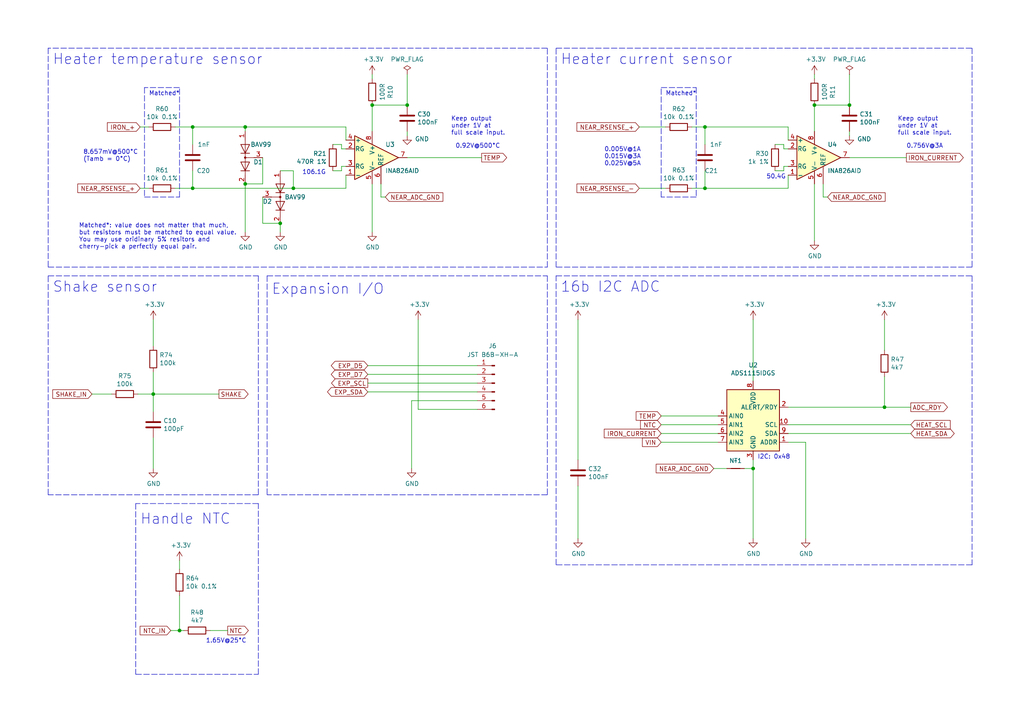
<source format=kicad_sch>
(kicad_sch (version 20211123) (generator eeschema)

  (uuid c088f712-1abe-4cac-9a8b-d564931395aa)

  (paper "A4")

  (title_block
    (title "IoT12 Control Board")
    (date "2022-12-20")
    (rev "V2.2")
    (company "https://github.com/atoomnetmarc/IoT12")
  )

  (lib_symbols
    (symbol "Amplifier_Instrumentation-extra:INA826" (pin_names (offset 0.127)) (in_bom yes) (on_board yes)
      (property "Reference" "U" (id 0) (at 3.81 3.175 0)
        (effects (font (size 1.27 1.27)) (justify left))
      )
      (property "Value" "INA826" (id 1) (at 3.81 -3.175 0)
        (effects (font (size 1.27 1.27)) (justify left))
      )
      (property "Footprint" "Package_SO:MSOP-8_3x3mm_P0.65mm" (id 2) (at 0 0 0)
        (effects (font (size 1.27 1.27)) hide)
      )
      (property "Datasheet" "http://www.ti.com/product/INA826/" (id 3) (at 0 0 0)
        (effects (font (size 1.27 1.27)) hide)
      )
      (property "ki_keywords" "instrumentation opamp" (id 4) (at 0 0 0)
        (effects (font (size 1.27 1.27)) hide)
      )
      (property "ki_description" "Precision, 200-μA Supply Current, 36-V Supply Instrumentation Amplifier, VSSOP-8 package" (id 5) (at 0 0 0)
        (effects (font (size 1.27 1.27)) hide)
      )
      (property "ki_fp_filters" "MSOP*3x3mm*Pitch0.65mm*" (id 6) (at 0 0 0)
        (effects (font (size 1.27 1.27)) hide)
      )
      (symbol "INA826_0_1"
        (polyline
          (pts
            (xy 7.62 0)
            (xy -5.08 6.35)
            (xy -5.08 -6.35)
            (xy 7.62 0)
          )
          (stroke (width 0.254) (type default) (color 0 0 0 0))
          (fill (type background))
        )
      )
      (symbol "INA826_1_1"
        (pin input line (at -7.62 -5.08 0) (length 2.54)
          (name "-" (effects (font (size 1.27 1.27))))
          (number "1" (effects (font (size 1.27 1.27))))
        )
        (pin passive line (at -7.62 2.54 0) (length 2.54)
          (name "RG" (effects (font (size 1.27 1.27))))
          (number "2" (effects (font (size 1.27 1.27))))
        )
        (pin passive line (at -7.62 -2.54 0) (length 2.54)
          (name "RG" (effects (font (size 1.27 1.27))))
          (number "3" (effects (font (size 1.27 1.27))))
        )
        (pin input line (at -7.62 5.08 0) (length 2.54)
          (name "+" (effects (font (size 1.27 1.27))))
          (number "4" (effects (font (size 1.27 1.27))))
        )
        (pin power_in line (at 0 -7.62 90) (length 3.81)
          (name "V-" (effects (font (size 1.27 1.27))))
          (number "5" (effects (font (size 1.27 1.27))))
        )
        (pin input line (at 2.54 -7.62 90) (length 5.08)
          (name "REF" (effects (font (size 1.27 1.27))))
          (number "6" (effects (font (size 1.27 1.27))))
        )
        (pin output line (at 10.16 0 180) (length 2.54)
          (name "~" (effects (font (size 1.27 1.27))))
          (number "7" (effects (font (size 1.27 1.27))))
        )
        (pin power_in line (at 0 7.62 270) (length 3.81)
          (name "V+" (effects (font (size 1.27 1.27))))
          (number "8" (effects (font (size 1.27 1.27))))
        )
      )
    )
    (symbol "Analog_ADC:ADS1115IDGS" (in_bom yes) (on_board yes)
      (property "Reference" "U" (id 0) (at 2.54 13.97 0)
        (effects (font (size 1.27 1.27)))
      )
      (property "Value" "ADS1115IDGS" (id 1) (at 7.62 11.43 0)
        (effects (font (size 1.27 1.27)))
      )
      (property "Footprint" "Package_SO:TSSOP-10_3x3mm_P0.5mm" (id 2) (at 0 -12.7 0)
        (effects (font (size 1.27 1.27)) hide)
      )
      (property "Datasheet" "http://www.ti.com/lit/ds/symlink/ads1113.pdf" (id 3) (at -1.27 -22.86 0)
        (effects (font (size 1.27 1.27)) hide)
      )
      (property "ki_keywords" "16 bit 4 channel I2C ADC" (id 4) (at 0 0 0)
        (effects (font (size 1.27 1.27)) hide)
      )
      (property "ki_description" "Ultra-Small, Low-Power, I2C-Compatible, 860-SPS, 16-Bit ADCs With Internal Reference, Oscillator, and Programmable Comparator, VSSOP-10" (id 5) (at 0 0 0)
        (effects (font (size 1.27 1.27)) hide)
      )
      (property "ki_fp_filters" "TSSOP*3x3mm*P0.5mm*" (id 6) (at 0 0 0)
        (effects (font (size 1.27 1.27)) hide)
      )
      (symbol "ADS1115IDGS_0_1"
        (rectangle (start -7.62 10.16) (end 7.62 -7.62)
          (stroke (width 0.254) (type default) (color 0 0 0 0))
          (fill (type background))
        )
      )
      (symbol "ADS1115IDGS_1_1"
        (pin input line (at 10.16 -5.08 180) (length 2.54)
          (name "ADDR" (effects (font (size 1.27 1.27))))
          (number "1" (effects (font (size 1.27 1.27))))
        )
        (pin input line (at 10.16 0 180) (length 2.54)
          (name "SCL" (effects (font (size 1.27 1.27))))
          (number "10" (effects (font (size 1.27 1.27))))
        )
        (pin output line (at 10.16 5.08 180) (length 2.54)
          (name "ALERT/RDY" (effects (font (size 1.27 1.27))))
          (number "2" (effects (font (size 1.27 1.27))))
        )
        (pin power_in line (at 0 -10.16 90) (length 2.54)
          (name "GND" (effects (font (size 1.27 1.27))))
          (number "3" (effects (font (size 1.27 1.27))))
        )
        (pin input line (at -10.16 2.54 0) (length 2.54)
          (name "AIN0" (effects (font (size 1.27 1.27))))
          (number "4" (effects (font (size 1.27 1.27))))
        )
        (pin input line (at -10.16 0 0) (length 2.54)
          (name "AIN1" (effects (font (size 1.27 1.27))))
          (number "5" (effects (font (size 1.27 1.27))))
        )
        (pin input line (at -10.16 -2.54 0) (length 2.54)
          (name "AIN2" (effects (font (size 1.27 1.27))))
          (number "6" (effects (font (size 1.27 1.27))))
        )
        (pin input line (at -10.16 -5.08 0) (length 2.54)
          (name "AIN3" (effects (font (size 1.27 1.27))))
          (number "7" (effects (font (size 1.27 1.27))))
        )
        (pin power_in line (at 0 12.7 270) (length 2.54)
          (name "VDD" (effects (font (size 1.27 1.27))))
          (number "8" (effects (font (size 1.27 1.27))))
        )
        (pin bidirectional line (at 10.16 -2.54 180) (length 2.54)
          (name "SDA" (effects (font (size 1.27 1.27))))
          (number "9" (effects (font (size 1.27 1.27))))
        )
      )
    )
    (symbol "Connector:Conn_01x06_Male" (pin_names (offset 1.016) hide) (in_bom yes) (on_board yes)
      (property "Reference" "J" (id 0) (at 0 7.62 0)
        (effects (font (size 1.27 1.27)))
      )
      (property "Value" "Conn_01x06_Male" (id 1) (at 0 -10.16 0)
        (effects (font (size 1.27 1.27)))
      )
      (property "Footprint" "" (id 2) (at 0 0 0)
        (effects (font (size 1.27 1.27)) hide)
      )
      (property "Datasheet" "~" (id 3) (at 0 0 0)
        (effects (font (size 1.27 1.27)) hide)
      )
      (property "ki_keywords" "connector" (id 4) (at 0 0 0)
        (effects (font (size 1.27 1.27)) hide)
      )
      (property "ki_description" "Generic connector, single row, 01x06, script generated (kicad-library-utils/schlib/autogen/connector/)" (id 5) (at 0 0 0)
        (effects (font (size 1.27 1.27)) hide)
      )
      (property "ki_fp_filters" "Connector*:*_1x??_*" (id 6) (at 0 0 0)
        (effects (font (size 1.27 1.27)) hide)
      )
      (symbol "Conn_01x06_Male_1_1"
        (polyline
          (pts
            (xy 1.27 -7.62)
            (xy 0.8636 -7.62)
          )
          (stroke (width 0.1524) (type default) (color 0 0 0 0))
          (fill (type none))
        )
        (polyline
          (pts
            (xy 1.27 -5.08)
            (xy 0.8636 -5.08)
          )
          (stroke (width 0.1524) (type default) (color 0 0 0 0))
          (fill (type none))
        )
        (polyline
          (pts
            (xy 1.27 -2.54)
            (xy 0.8636 -2.54)
          )
          (stroke (width 0.1524) (type default) (color 0 0 0 0))
          (fill (type none))
        )
        (polyline
          (pts
            (xy 1.27 0)
            (xy 0.8636 0)
          )
          (stroke (width 0.1524) (type default) (color 0 0 0 0))
          (fill (type none))
        )
        (polyline
          (pts
            (xy 1.27 2.54)
            (xy 0.8636 2.54)
          )
          (stroke (width 0.1524) (type default) (color 0 0 0 0))
          (fill (type none))
        )
        (polyline
          (pts
            (xy 1.27 5.08)
            (xy 0.8636 5.08)
          )
          (stroke (width 0.1524) (type default) (color 0 0 0 0))
          (fill (type none))
        )
        (rectangle (start 0.8636 -7.493) (end 0 -7.747)
          (stroke (width 0.1524) (type default) (color 0 0 0 0))
          (fill (type outline))
        )
        (rectangle (start 0.8636 -4.953) (end 0 -5.207)
          (stroke (width 0.1524) (type default) (color 0 0 0 0))
          (fill (type outline))
        )
        (rectangle (start 0.8636 -2.413) (end 0 -2.667)
          (stroke (width 0.1524) (type default) (color 0 0 0 0))
          (fill (type outline))
        )
        (rectangle (start 0.8636 0.127) (end 0 -0.127)
          (stroke (width 0.1524) (type default) (color 0 0 0 0))
          (fill (type outline))
        )
        (rectangle (start 0.8636 2.667) (end 0 2.413)
          (stroke (width 0.1524) (type default) (color 0 0 0 0))
          (fill (type outline))
        )
        (rectangle (start 0.8636 5.207) (end 0 4.953)
          (stroke (width 0.1524) (type default) (color 0 0 0 0))
          (fill (type outline))
        )
        (pin passive line (at 5.08 5.08 180) (length 3.81)
          (name "Pin_1" (effects (font (size 1.27 1.27))))
          (number "1" (effects (font (size 1.27 1.27))))
        )
        (pin passive line (at 5.08 2.54 180) (length 3.81)
          (name "Pin_2" (effects (font (size 1.27 1.27))))
          (number "2" (effects (font (size 1.27 1.27))))
        )
        (pin passive line (at 5.08 0 180) (length 3.81)
          (name "Pin_3" (effects (font (size 1.27 1.27))))
          (number "3" (effects (font (size 1.27 1.27))))
        )
        (pin passive line (at 5.08 -2.54 180) (length 3.81)
          (name "Pin_4" (effects (font (size 1.27 1.27))))
          (number "4" (effects (font (size 1.27 1.27))))
        )
        (pin passive line (at 5.08 -5.08 180) (length 3.81)
          (name "Pin_5" (effects (font (size 1.27 1.27))))
          (number "5" (effects (font (size 1.27 1.27))))
        )
        (pin passive line (at 5.08 -7.62 180) (length 3.81)
          (name "Pin_6" (effects (font (size 1.27 1.27))))
          (number "6" (effects (font (size 1.27 1.27))))
        )
      )
    )
    (symbol "Device:C" (pin_numbers hide) (pin_names (offset 0.254)) (in_bom yes) (on_board yes)
      (property "Reference" "C" (id 0) (at 0.635 2.54 0)
        (effects (font (size 1.27 1.27)) (justify left))
      )
      (property "Value" "C" (id 1) (at 0.635 -2.54 0)
        (effects (font (size 1.27 1.27)) (justify left))
      )
      (property "Footprint" "" (id 2) (at 0.9652 -3.81 0)
        (effects (font (size 1.27 1.27)) hide)
      )
      (property "Datasheet" "~" (id 3) (at 0 0 0)
        (effects (font (size 1.27 1.27)) hide)
      )
      (property "ki_keywords" "cap capacitor" (id 4) (at 0 0 0)
        (effects (font (size 1.27 1.27)) hide)
      )
      (property "ki_description" "Unpolarized capacitor" (id 5) (at 0 0 0)
        (effects (font (size 1.27 1.27)) hide)
      )
      (property "ki_fp_filters" "C_*" (id 6) (at 0 0 0)
        (effects (font (size 1.27 1.27)) hide)
      )
      (symbol "C_0_1"
        (polyline
          (pts
            (xy -2.032 -0.762)
            (xy 2.032 -0.762)
          )
          (stroke (width 0.508) (type default) (color 0 0 0 0))
          (fill (type none))
        )
        (polyline
          (pts
            (xy -2.032 0.762)
            (xy 2.032 0.762)
          )
          (stroke (width 0.508) (type default) (color 0 0 0 0))
          (fill (type none))
        )
      )
      (symbol "C_1_1"
        (pin passive line (at 0 3.81 270) (length 2.794)
          (name "~" (effects (font (size 1.27 1.27))))
          (number "1" (effects (font (size 1.27 1.27))))
        )
        (pin passive line (at 0 -3.81 90) (length 2.794)
          (name "~" (effects (font (size 1.27 1.27))))
          (number "2" (effects (font (size 1.27 1.27))))
        )
      )
    )
    (symbol "Device:NetTie_2" (pin_numbers hide) (pin_names (offset 0) hide) (in_bom yes) (on_board yes)
      (property "Reference" "NT" (id 0) (at 0 1.27 0)
        (effects (font (size 1.27 1.27)))
      )
      (property "Value" "NetTie_2" (id 1) (at 0 -1.27 0)
        (effects (font (size 1.27 1.27)))
      )
      (property "Footprint" "" (id 2) (at 0 0 0)
        (effects (font (size 1.27 1.27)) hide)
      )
      (property "Datasheet" "~" (id 3) (at 0 0 0)
        (effects (font (size 1.27 1.27)) hide)
      )
      (property "ki_keywords" "net tie short" (id 4) (at 0 0 0)
        (effects (font (size 1.27 1.27)) hide)
      )
      (property "ki_description" "Net tie, 2 pins" (id 5) (at 0 0 0)
        (effects (font (size 1.27 1.27)) hide)
      )
      (property "ki_fp_filters" "Net*Tie*" (id 6) (at 0 0 0)
        (effects (font (size 1.27 1.27)) hide)
      )
      (symbol "NetTie_2_0_1"
        (polyline
          (pts
            (xy -1.27 0)
            (xy 1.27 0)
          )
          (stroke (width 0.254) (type default) (color 0 0 0 0))
          (fill (type none))
        )
      )
      (symbol "NetTie_2_1_1"
        (pin passive line (at -2.54 0 0) (length 2.54)
          (name "1" (effects (font (size 1.27 1.27))))
          (number "1" (effects (font (size 1.27 1.27))))
        )
        (pin passive line (at 2.54 0 180) (length 2.54)
          (name "2" (effects (font (size 1.27 1.27))))
          (number "2" (effects (font (size 1.27 1.27))))
        )
      )
    )
    (symbol "Device:R" (pin_numbers hide) (pin_names (offset 0)) (in_bom yes) (on_board yes)
      (property "Reference" "R" (id 0) (at 2.032 0 90)
        (effects (font (size 1.27 1.27)))
      )
      (property "Value" "R" (id 1) (at 0 0 90)
        (effects (font (size 1.27 1.27)))
      )
      (property "Footprint" "" (id 2) (at -1.778 0 90)
        (effects (font (size 1.27 1.27)) hide)
      )
      (property "Datasheet" "~" (id 3) (at 0 0 0)
        (effects (font (size 1.27 1.27)) hide)
      )
      (property "ki_keywords" "R res resistor" (id 4) (at 0 0 0)
        (effects (font (size 1.27 1.27)) hide)
      )
      (property "ki_description" "Resistor" (id 5) (at 0 0 0)
        (effects (font (size 1.27 1.27)) hide)
      )
      (property "ki_fp_filters" "R_*" (id 6) (at 0 0 0)
        (effects (font (size 1.27 1.27)) hide)
      )
      (symbol "R_0_1"
        (rectangle (start -1.016 -2.54) (end 1.016 2.54)
          (stroke (width 0.254) (type default) (color 0 0 0 0))
          (fill (type none))
        )
      )
      (symbol "R_1_1"
        (pin passive line (at 0 3.81 270) (length 1.27)
          (name "~" (effects (font (size 1.27 1.27))))
          (number "1" (effects (font (size 1.27 1.27))))
        )
        (pin passive line (at 0 -3.81 90) (length 1.27)
          (name "~" (effects (font (size 1.27 1.27))))
          (number "2" (effects (font (size 1.27 1.27))))
        )
      )
    )
    (symbol "Diode:BAV99" (pin_names hide) (in_bom yes) (on_board yes)
      (property "Reference" "D" (id 0) (at 0 5.08 0)
        (effects (font (size 1.27 1.27)))
      )
      (property "Value" "BAV99" (id 1) (at 0 2.54 0)
        (effects (font (size 1.27 1.27)))
      )
      (property "Footprint" "Package_TO_SOT_SMD:SOT-23" (id 2) (at 0 -12.7 0)
        (effects (font (size 1.27 1.27)) hide)
      )
      (property "Datasheet" "https://assets.nexperia.com/documents/data-sheet/BAV99_SER.pdf" (id 3) (at 0 0 0)
        (effects (font (size 1.27 1.27)) hide)
      )
      (property "ki_keywords" "diode" (id 4) (at 0 0 0)
        (effects (font (size 1.27 1.27)) hide)
      )
      (property "ki_description" "BAV99 High-speed switching diodes, SOT-23" (id 5) (at 0 0 0)
        (effects (font (size 1.27 1.27)) hide)
      )
      (property "ki_fp_filters" "SOT?23*" (id 6) (at 0 0 0)
        (effects (font (size 1.27 1.27)) hide)
      )
      (symbol "BAV99_0_1"
        (polyline
          (pts
            (xy -5.08 0)
            (xy 5.08 0)
          )
          (stroke (width 0) (type default) (color 0 0 0 0))
          (fill (type none))
        )
      )
      (symbol "BAV99_1_1"
        (polyline
          (pts
            (xy 0 0)
            (xy 0 -2.54)
          )
          (stroke (width 0) (type default) (color 0 0 0 0))
          (fill (type none))
        )
        (polyline
          (pts
            (xy -1.27 -1.27)
            (xy -1.27 1.27)
            (xy -1.27 1.27)
          )
          (stroke (width 0.2032) (type default) (color 0 0 0 0))
          (fill (type none))
        )
        (polyline
          (pts
            (xy 3.81 1.27)
            (xy 3.81 -1.27)
            (xy 3.81 -1.27)
          )
          (stroke (width 0.2032) (type default) (color 0 0 0 0))
          (fill (type none))
        )
        (polyline
          (pts
            (xy -3.81 1.27)
            (xy -1.27 0)
            (xy -3.81 -1.27)
            (xy -3.81 1.27)
            (xy -3.81 1.27)
            (xy -3.81 1.27)
          )
          (stroke (width 0.2032) (type default) (color 0 0 0 0))
          (fill (type none))
        )
        (polyline
          (pts
            (xy 1.27 1.27)
            (xy 3.81 0)
            (xy 1.27 -1.27)
            (xy 1.27 1.27)
            (xy 1.27 1.27)
            (xy 1.27 1.27)
          )
          (stroke (width 0.2032) (type default) (color 0 0 0 0))
          (fill (type none))
        )
        (circle (center 0 0) (radius 0.254)
          (stroke (width 0) (type default) (color 0 0 0 0))
          (fill (type outline))
        )
        (pin passive line (at -7.62 0 0) (length 2.54)
          (name "K" (effects (font (size 1.27 1.27))))
          (number "1" (effects (font (size 1.27 1.27))))
        )
        (pin passive line (at 7.62 0 180) (length 2.54)
          (name "A" (effects (font (size 1.27 1.27))))
          (number "2" (effects (font (size 1.27 1.27))))
        )
        (pin passive line (at 0 -5.08 90) (length 2.54)
          (name "K" (effects (font (size 1.27 1.27))))
          (number "3" (effects (font (size 1.27 1.27))))
        )
      )
    )
    (symbol "power:+3.3V" (power) (pin_names (offset 0)) (in_bom yes) (on_board yes)
      (property "Reference" "#PWR" (id 0) (at 0 -3.81 0)
        (effects (font (size 1.27 1.27)) hide)
      )
      (property "Value" "+3.3V" (id 1) (at 0 3.556 0)
        (effects (font (size 1.27 1.27)))
      )
      (property "Footprint" "" (id 2) (at 0 0 0)
        (effects (font (size 1.27 1.27)) hide)
      )
      (property "Datasheet" "" (id 3) (at 0 0 0)
        (effects (font (size 1.27 1.27)) hide)
      )
      (property "ki_keywords" "power-flag" (id 4) (at 0 0 0)
        (effects (font (size 1.27 1.27)) hide)
      )
      (property "ki_description" "Power symbol creates a global label with name \"+3.3V\"" (id 5) (at 0 0 0)
        (effects (font (size 1.27 1.27)) hide)
      )
      (symbol "+3.3V_0_1"
        (polyline
          (pts
            (xy -0.762 1.27)
            (xy 0 2.54)
          )
          (stroke (width 0) (type default) (color 0 0 0 0))
          (fill (type none))
        )
        (polyline
          (pts
            (xy 0 0)
            (xy 0 2.54)
          )
          (stroke (width 0) (type default) (color 0 0 0 0))
          (fill (type none))
        )
        (polyline
          (pts
            (xy 0 2.54)
            (xy 0.762 1.27)
          )
          (stroke (width 0) (type default) (color 0 0 0 0))
          (fill (type none))
        )
      )
      (symbol "+3.3V_1_1"
        (pin power_in line (at 0 0 90) (length 0) hide
          (name "+3.3V" (effects (font (size 1.27 1.27))))
          (number "1" (effects (font (size 1.27 1.27))))
        )
      )
    )
    (symbol "power:GND" (power) (pin_names (offset 0)) (in_bom yes) (on_board yes)
      (property "Reference" "#PWR" (id 0) (at 0 -6.35 0)
        (effects (font (size 1.27 1.27)) hide)
      )
      (property "Value" "GND" (id 1) (at 0 -3.81 0)
        (effects (font (size 1.27 1.27)))
      )
      (property "Footprint" "" (id 2) (at 0 0 0)
        (effects (font (size 1.27 1.27)) hide)
      )
      (property "Datasheet" "" (id 3) (at 0 0 0)
        (effects (font (size 1.27 1.27)) hide)
      )
      (property "ki_keywords" "power-flag" (id 4) (at 0 0 0)
        (effects (font (size 1.27 1.27)) hide)
      )
      (property "ki_description" "Power symbol creates a global label with name \"GND\" , ground" (id 5) (at 0 0 0)
        (effects (font (size 1.27 1.27)) hide)
      )
      (symbol "GND_0_1"
        (polyline
          (pts
            (xy 0 0)
            (xy 0 -1.27)
            (xy 1.27 -1.27)
            (xy 0 -2.54)
            (xy -1.27 -1.27)
            (xy 0 -1.27)
          )
          (stroke (width 0) (type default) (color 0 0 0 0))
          (fill (type none))
        )
      )
      (symbol "GND_1_1"
        (pin power_in line (at 0 0 270) (length 0) hide
          (name "GND" (effects (font (size 1.27 1.27))))
          (number "1" (effects (font (size 1.27 1.27))))
        )
      )
    )
    (symbol "power:PWR_FLAG" (power) (pin_numbers hide) (pin_names (offset 0) hide) (in_bom yes) (on_board yes)
      (property "Reference" "#FLG" (id 0) (at 0 1.905 0)
        (effects (font (size 1.27 1.27)) hide)
      )
      (property "Value" "PWR_FLAG" (id 1) (at 0 3.81 0)
        (effects (font (size 1.27 1.27)))
      )
      (property "Footprint" "" (id 2) (at 0 0 0)
        (effects (font (size 1.27 1.27)) hide)
      )
      (property "Datasheet" "~" (id 3) (at 0 0 0)
        (effects (font (size 1.27 1.27)) hide)
      )
      (property "ki_keywords" "power-flag" (id 4) (at 0 0 0)
        (effects (font (size 1.27 1.27)) hide)
      )
      (property "ki_description" "Special symbol for telling ERC where power comes from" (id 5) (at 0 0 0)
        (effects (font (size 1.27 1.27)) hide)
      )
      (symbol "PWR_FLAG_0_0"
        (pin power_out line (at 0 0 90) (length 0)
          (name "pwr" (effects (font (size 1.27 1.27))))
          (number "1" (effects (font (size 1.27 1.27))))
        )
      )
      (symbol "PWR_FLAG_0_1"
        (polyline
          (pts
            (xy 0 0)
            (xy 0 1.27)
            (xy -1.016 1.905)
            (xy 0 2.54)
            (xy 1.016 1.905)
            (xy 0 1.27)
          )
          (stroke (width 0) (type default) (color 0 0 0 0))
          (fill (type none))
        )
      )
    )
  )

  (junction (at 81.28 64.77) (diameter 0) (color 0 0 0 0)
    (uuid 10d8ad0e-6a08-4053-92aa-23a15910fd21)
  )
  (junction (at 204.47 54.61) (diameter 0) (color 0 0 0 0)
    (uuid 1dfbf353-5b24-4c0f-8322-8fcd514ae75e)
  )
  (junction (at 118.11 30.48) (diameter 0) (color 0 0 0 0)
    (uuid 2b64d2cb-d62a-4762-97ea-f1b0d4293c4f)
  )
  (junction (at 52.07 182.88) (diameter 0) (color 0 0 0 0)
    (uuid 3bd32488-3300-413c-9aa2-32e1e434aed0)
  )
  (junction (at 71.12 36.83) (diameter 0) (color 0 0 0 0)
    (uuid 3efa2ece-8f3f-4a8c-96e9-6ab3ec6f1f70)
  )
  (junction (at 71.12 53.34) (diameter 0) (color 0 0 0 0)
    (uuid 475ed8b3-90bf-48cd-bce5-d8f48b689541)
  )
  (junction (at 55.88 54.61) (diameter 0) (color 0 0 0 0)
    (uuid 59fc765e-1357-4c94-9529-5635418c7d73)
  )
  (junction (at 204.47 36.83) (diameter 0) (color 0 0 0 0)
    (uuid 9aaeec6e-84fe-4644-b0bc-5de24626ff48)
  )
  (junction (at 256.54 118.11) (diameter 0) (color 0 0 0 0)
    (uuid d05faa1f-5f69-41bf-86d3-2cd224432e1b)
  )
  (junction (at 236.22 30.48) (diameter 0) (color 0 0 0 0)
    (uuid d66d3c12-11ce-4566-9a45-962e329503d8)
  )
  (junction (at 55.88 36.83) (diameter 0) (color 0 0 0 0)
    (uuid d68e5ddb-039c-483f-88a3-1b0b7964b482)
  )
  (junction (at 218.44 135.89) (diameter 0) (color 0 0 0 0)
    (uuid e87a6f80-914f-4f62-9c9f-9ba62a88ee3d)
  )
  (junction (at 44.45 114.3) (diameter 0) (color 0 0 0 0)
    (uuid f357ddb5-3f44-43b0-b00d-d64f5c62ba4a)
  )
  (junction (at 246.38 30.48) (diameter 0) (color 0 0 0 0)
    (uuid f44d04c5-0d17-4d52-8328-ef3b4fdfba5f)
  )
  (junction (at 107.95 30.48) (diameter 0) (color 0 0 0 0)
    (uuid f4a8afbe-ed68-4253-959f-6be4d2cbf8c5)
  )
  (junction (at 85.09 54.61) (diameter 0) (color 0 0 0 0)
    (uuid f50dae73-c5b5-475d-ac8c-5b555be54fa3)
  )

  (wire (pts (xy 44.45 100.33) (xy 44.45 92.71))
    (stroke (width 0) (type default) (color 0 0 0 0))
    (uuid 008da5b9-6f95-4113-b7d0-d93ac62efd33)
  )
  (wire (pts (xy 228.6 118.11) (xy 256.54 118.11))
    (stroke (width 0) (type default) (color 0 0 0 0))
    (uuid 015f5586-ba76-4a98-9114-f5cd2c67134d)
  )
  (wire (pts (xy 238.76 57.15) (xy 240.03 57.15))
    (stroke (width 0) (type default) (color 0 0 0 0))
    (uuid 03f57fb4-32a3-4bc6-85b9-fd8ece4a9592)
  )
  (wire (pts (xy 44.45 114.3) (xy 63.5 114.3))
    (stroke (width 0) (type default) (color 0 0 0 0))
    (uuid 0cc9bf07-55b9-458f-b8aa-41b2f51fa940)
  )
  (polyline (pts (xy 74.93 195.58) (xy 74.93 146.05))
    (stroke (width 0) (type default) (color 0 0 0 0))
    (uuid 0ceb97d6-1b0f-4b71-921e-b0955c30c998)
  )
  (polyline (pts (xy 77.47 80.01) (xy 77.47 143.51))
    (stroke (width 0) (type default) (color 0 0 0 0))
    (uuid 0f68cb32-6aa5-4f9c-9920-0f71f53cc78e)
  )
  (polyline (pts (xy 74.93 146.05) (xy 39.37 146.05))
    (stroke (width 0) (type default) (color 0 0 0 0))
    (uuid 1241b7f2-e266-4f5c-8a97-9f0f9d0eef37)
  )

  (wire (pts (xy 44.45 119.38) (xy 44.45 114.3))
    (stroke (width 0) (type default) (color 0 0 0 0))
    (uuid 12a24e86-2c38-4685-bba9-fff8dddb4cb0)
  )
  (wire (pts (xy 99.06 49.53) (xy 96.52 49.53))
    (stroke (width 0) (type default) (color 0 0 0 0))
    (uuid 14094ad2-b562-4efa-8c6f-51d7a3134345)
  )
  (wire (pts (xy 110.49 57.15) (xy 111.76 57.15))
    (stroke (width 0) (type default) (color 0 0 0 0))
    (uuid 1427bb3f-0689-4b41-a816-cd79a5202fd0)
  )
  (wire (pts (xy 40.005 114.3) (xy 44.45 114.3))
    (stroke (width 0) (type default) (color 0 0 0 0))
    (uuid 1bdd5841-68b7-42e2-9447-cbdb608d8a08)
  )
  (wire (pts (xy 106.68 106.045) (xy 138.43 106.045))
    (stroke (width 0) (type default) (color 0 0 0 0))
    (uuid 1c0ae720-b1eb-4a1b-840e-535ab35dd807)
  )
  (polyline (pts (xy 161.29 163.83) (xy 161.29 80.01))
    (stroke (width 0) (type default) (color 0 0 0 0))
    (uuid 1c9f6fea-1796-4a2d-80b3-ae22ce51c8f5)
  )

  (wire (pts (xy 256.54 92.71) (xy 256.54 101.6))
    (stroke (width 0) (type default) (color 0 0 0 0))
    (uuid 1cc5480b-56b7-4379-98e2-ccafc88911a7)
  )
  (polyline (pts (xy 52.07 57.15) (xy 52.07 25.4))
    (stroke (width 0) (type default) (color 0 0 0 0))
    (uuid 20caf6d2-76a7-497e-ac56-f6d31eb9027b)
  )

  (wire (pts (xy 204.47 36.83) (xy 228.6 36.83))
    (stroke (width 0) (type default) (color 0 0 0 0))
    (uuid 212bf70c-2324-47d9-8700-59771063baeb)
  )
  (wire (pts (xy 233.68 128.27) (xy 233.68 156.21))
    (stroke (width 0) (type default) (color 0 0 0 0))
    (uuid 282c8e53-3acc-42f0-a92a-6aa976b97a93)
  )
  (wire (pts (xy 26.67 114.3) (xy 32.385 114.3))
    (stroke (width 0) (type default) (color 0 0 0 0))
    (uuid 28b18795-3b31-4164-a973-d4f06236ba2b)
  )
  (wire (pts (xy 246.38 30.48) (xy 236.22 30.48))
    (stroke (width 0) (type default) (color 0 0 0 0))
    (uuid 2c60448a-e30f-46b2-89e1-a44f51688efc)
  )
  (wire (pts (xy 204.47 36.83) (xy 200.66 36.83))
    (stroke (width 0) (type default) (color 0 0 0 0))
    (uuid 2e0a9f64-1b78-4597-8d50-d12d2268a95a)
  )
  (wire (pts (xy 138.43 116.205) (xy 119.38 116.205))
    (stroke (width 0) (type default) (color 0 0 0 0))
    (uuid 2eab1062-6054-41c6-9b31-db1c5b5f2e04)
  )
  (polyline (pts (xy 52.07 25.4) (xy 41.91 25.4))
    (stroke (width 0) (type default) (color 0 0 0 0))
    (uuid 2f291a4b-4ecb-4692-9ad2-324f9784c0d4)
  )

  (wire (pts (xy 256.54 118.11) (xy 264.16 118.11))
    (stroke (width 0) (type default) (color 0 0 0 0))
    (uuid 2f424da3-8fae-4941-bc6d-20044787372f)
  )
  (polyline (pts (xy 201.93 57.15) (xy 191.77 57.15))
    (stroke (width 0) (type default) (color 0 0 0 0))
    (uuid 319639ae-c2c5-486d-93b1-d03bb1b64252)
  )

  (wire (pts (xy 76.2 57.15) (xy 76.2 64.77))
    (stroke (width 0) (type default) (color 0 0 0 0))
    (uuid 3249bd81-9fd4-4194-9b4f-2e333b2195b8)
  )
  (wire (pts (xy 185.42 54.61) (xy 193.04 54.61))
    (stroke (width 0) (type default) (color 0 0 0 0))
    (uuid 337e8520-cbd2-42c0-8d17-743bab17cbbd)
  )
  (wire (pts (xy 85.09 49.53) (xy 85.09 54.61))
    (stroke (width 0) (type default) (color 0 0 0 0))
    (uuid 347562f5-b152-4e7b-8a69-40ca6daaaad4)
  )
  (wire (pts (xy 44.45 127) (xy 44.45 135.89))
    (stroke (width 0) (type default) (color 0 0 0 0))
    (uuid 35ef9c4a-35f6-467b-a704-b1d9354880cf)
  )
  (polyline (pts (xy 77.47 80.01) (xy 158.75 80.01))
    (stroke (width 0) (type default) (color 0 0 0 0))
    (uuid 3b08059f-0467-44f7-8bd5-dd605b99b045)
  )

  (wire (pts (xy 208.28 123.19) (xy 191.77 123.19))
    (stroke (width 0) (type default) (color 0 0 0 0))
    (uuid 3d552623-2969-4b15-8623-368144f225e9)
  )
  (polyline (pts (xy 281.94 13.97) (xy 281.94 77.47))
    (stroke (width 0) (type default) (color 0 0 0 0))
    (uuid 3f8a5430-68a9-4732-9b89-4e00dd8ae219)
  )
  (polyline (pts (xy 281.94 80.01) (xy 281.94 163.83))
    (stroke (width 0) (type default) (color 0 0 0 0))
    (uuid 42d3f9d6-2a47-41a8-b942-295fcb83bcd8)
  )
  (polyline (pts (xy 281.94 77.47) (xy 161.29 77.47))
    (stroke (width 0) (type default) (color 0 0 0 0))
    (uuid 42ff012d-5eb7-42b9-bb45-415cf26799c6)
  )

  (wire (pts (xy 71.12 38.1) (xy 71.12 36.83))
    (stroke (width 0) (type default) (color 0 0 0 0))
    (uuid 430d6d73-9de6-41ca-b788-178d709f4aae)
  )
  (wire (pts (xy 218.44 133.35) (xy 218.44 135.89))
    (stroke (width 0) (type default) (color 0 0 0 0))
    (uuid 4344bc11-e822-474b-8d61-d12211e719b1)
  )
  (wire (pts (xy 204.47 54.61) (xy 228.6 54.61))
    (stroke (width 0) (type default) (color 0 0 0 0))
    (uuid 44035e53-ff94-45ad-801f-55a1ce042a0d)
  )
  (wire (pts (xy 106.68 111.125) (xy 138.43 111.125))
    (stroke (width 0) (type default) (color 0 0 0 0))
    (uuid 491b007b-af7a-47f4-b3fc-21618fefdd52)
  )
  (wire (pts (xy 118.11 45.72) (xy 139.7 45.72))
    (stroke (width 0) (type default) (color 0 0 0 0))
    (uuid 4a7e3849-3bc9-4bb3-b16a-fab2f5cee0e5)
  )
  (wire (pts (xy 227.33 43.18) (xy 228.6 43.18))
    (stroke (width 0) (type default) (color 0 0 0 0))
    (uuid 501880c3-8633-456f-9add-0e8fa1932ba6)
  )
  (wire (pts (xy 227.33 48.26) (xy 227.33 49.53))
    (stroke (width 0) (type default) (color 0 0 0 0))
    (uuid 528fd7da-c9a6-40ae-9f1a-60f6a7f4d534)
  )
  (wire (pts (xy 256.54 109.22) (xy 256.54 118.11))
    (stroke (width 0) (type default) (color 0 0 0 0))
    (uuid 541721d1-074b-496e-a833-813044b3e8ca)
  )
  (polyline (pts (xy 13.97 77.47) (xy 158.75 77.47))
    (stroke (width 0) (type default) (color 0 0 0 0))
    (uuid 57276367-9ce4-4738-88d7-6e8cb94c966c)
  )

  (wire (pts (xy 204.47 49.53) (xy 204.47 54.61))
    (stroke (width 0) (type default) (color 0 0 0 0))
    (uuid 582622a2-fad4-4737-9a80-be9fffbba8ab)
  )
  (wire (pts (xy 110.49 53.34) (xy 110.49 57.15))
    (stroke (width 0) (type default) (color 0 0 0 0))
    (uuid 59cb2966-1e9c-4b3b-b3c8-7499378d8dde)
  )
  (polyline (pts (xy 158.75 13.97) (xy 13.97 13.97))
    (stroke (width 0) (type default) (color 0 0 0 0))
    (uuid 5b0a5a46-7b51-4262-a80e-d33dd1806615)
  )

  (wire (pts (xy 99.06 43.18) (xy 100.33 43.18))
    (stroke (width 0) (type default) (color 0 0 0 0))
    (uuid 5ff19d63-2cb4-438b-93c4-e66d37a05329)
  )
  (wire (pts (xy 100.33 54.61) (xy 85.09 54.61))
    (stroke (width 0) (type default) (color 0 0 0 0))
    (uuid 63489ebf-0f52-43a6-a0ab-158b1a7d4988)
  )
  (wire (pts (xy 99.06 43.18) (xy 99.06 41.91))
    (stroke (width 0) (type default) (color 0 0 0 0))
    (uuid 637f12be-fa48-4ce4-96b2-04c21a8795c8)
  )
  (wire (pts (xy 106.68 113.665) (xy 138.43 113.665))
    (stroke (width 0) (type default) (color 0 0 0 0))
    (uuid 63ea1495-94d9-46bc-b4ba-7601f7e77509)
  )
  (wire (pts (xy 52.07 182.88) (xy 53.34 182.88))
    (stroke (width 0) (type default) (color 0 0 0 0))
    (uuid 691af561-538d-4e8f-a916-26cad45eb7d6)
  )
  (wire (pts (xy 49.53 182.88) (xy 52.07 182.88))
    (stroke (width 0) (type default) (color 0 0 0 0))
    (uuid 6bd06278-1a38-4389-a170-cdc1bf888017)
  )
  (wire (pts (xy 107.95 30.48) (xy 107.95 38.1))
    (stroke (width 0) (type default) (color 0 0 0 0))
    (uuid 6d0c9e39-9878-44c8-8283-9a59e45006fa)
  )
  (wire (pts (xy 55.88 41.91) (xy 55.88 36.83))
    (stroke (width 0) (type default) (color 0 0 0 0))
    (uuid 6f580eb1-88cc-489d-a7ca-9efa5e590715)
  )
  (wire (pts (xy 71.12 36.83) (xy 55.88 36.83))
    (stroke (width 0) (type default) (color 0 0 0 0))
    (uuid 70d34adf-9bd8-469e-8c77-5c0d7adf511e)
  )
  (wire (pts (xy 236.22 30.48) (xy 236.22 38.1))
    (stroke (width 0) (type default) (color 0 0 0 0))
    (uuid 713e0777-58b2-4487-baca-60d0ebed27c3)
  )
  (wire (pts (xy 76.2 64.77) (xy 81.28 64.77))
    (stroke (width 0) (type default) (color 0 0 0 0))
    (uuid 718e5c6d-0e4c-46d8-a149-2f2bfc54c7f1)
  )
  (wire (pts (xy 185.42 36.83) (xy 193.04 36.83))
    (stroke (width 0) (type default) (color 0 0 0 0))
    (uuid 74f5ec08-7600-4a0b-a9e4-aae29f9ea08a)
  )
  (polyline (pts (xy 41.91 57.15) (xy 52.07 57.15))
    (stroke (width 0) (type default) (color 0 0 0 0))
    (uuid 759788bd-3cb9-4d38-b58c-5cb10b7dca6b)
  )

  (wire (pts (xy 167.64 140.97) (xy 167.64 156.21))
    (stroke (width 0) (type default) (color 0 0 0 0))
    (uuid 799e761c-1426-40e9-a069-1f4cb353bfaa)
  )
  (polyline (pts (xy 74.93 80.01) (xy 74.93 143.51))
    (stroke (width 0) (type default) (color 0 0 0 0))
    (uuid 7a74c4b1-6243-4a12-85a2-bc41d346e7aa)
  )

  (wire (pts (xy 227.33 41.91) (xy 224.79 41.91))
    (stroke (width 0) (type default) (color 0 0 0 0))
    (uuid 7a879184-fad8-4feb-afb5-86fe8d34f1f7)
  )
  (wire (pts (xy 228.6 125.73) (xy 264.16 125.73))
    (stroke (width 0) (type default) (color 0 0 0 0))
    (uuid 7bea05d4-1dec-4cd6-aa53-302dde803254)
  )
  (wire (pts (xy 118.11 30.48) (xy 107.95 30.48))
    (stroke (width 0) (type default) (color 0 0 0 0))
    (uuid 7c411b3e-aca2-424f-b644-2d21c9d80fa7)
  )
  (polyline (pts (xy 74.93 143.51) (xy 13.97 143.51))
    (stroke (width 0) (type default) (color 0 0 0 0))
    (uuid 7d76d925-f900-42af-a03f-bb32d2381b09)
  )

  (wire (pts (xy 100.33 40.64) (xy 100.33 36.83))
    (stroke (width 0) (type default) (color 0 0 0 0))
    (uuid 7db990e4-92e1-4f99-b4d2-435bbec1ba83)
  )
  (wire (pts (xy 121.285 118.745) (xy 121.285 92.71))
    (stroke (width 0) (type default) (color 0 0 0 0))
    (uuid 7f2d1e27-3f34-4350-b741-f9aff88a7a31)
  )
  (wire (pts (xy 246.38 45.72) (xy 262.89 45.72))
    (stroke (width 0) (type default) (color 0 0 0 0))
    (uuid 888fd7cb-2fc6-480c-bcfa-0b71303087d3)
  )
  (wire (pts (xy 55.88 49.53) (xy 55.88 54.61))
    (stroke (width 0) (type default) (color 0 0 0 0))
    (uuid 89a8e170-a222-41c0-b545-c9f4c5604011)
  )
  (wire (pts (xy 100.33 50.8) (xy 100.33 54.61))
    (stroke (width 0) (type default) (color 0 0 0 0))
    (uuid 8efee08b-b92e-4ba6-8722-c058e18114fe)
  )
  (wire (pts (xy 76.2 53.34) (xy 71.12 53.34))
    (stroke (width 0) (type default) (color 0 0 0 0))
    (uuid 90f81af1-b6de-44aa-a46b-6504a157ce6c)
  )
  (wire (pts (xy 227.33 48.26) (xy 228.6 48.26))
    (stroke (width 0) (type default) (color 0 0 0 0))
    (uuid 91fe070a-a49b-4bc5-805a-42f23e10d114)
  )
  (wire (pts (xy 55.88 36.83) (xy 50.8 36.83))
    (stroke (width 0) (type default) (color 0 0 0 0))
    (uuid 9529c01f-e1cd-40be-b7f0-83780a544249)
  )
  (wire (pts (xy 52.07 165.1) (xy 52.07 162.56))
    (stroke (width 0) (type default) (color 0 0 0 0))
    (uuid 9565d2ee-a4f1-4d08-b2c9-0264233a0d2b)
  )
  (wire (pts (xy 55.88 54.61) (xy 50.8 54.61))
    (stroke (width 0) (type default) (color 0 0 0 0))
    (uuid 96db52e2-6336-4f5e-846e-528c594d0509)
  )
  (wire (pts (xy 118.11 21.59) (xy 118.11 30.48))
    (stroke (width 0) (type default) (color 0 0 0 0))
    (uuid 97581b9a-3f6b-4e88-8768-6fdb60e6aca6)
  )
  (wire (pts (xy 107.95 22.86) (xy 107.95 21.59))
    (stroke (width 0) (type default) (color 0 0 0 0))
    (uuid 9c607e49-ee5c-4e85-a7da-6fede9912412)
  )
  (wire (pts (xy 76.2 45.72) (xy 76.2 53.34))
    (stroke (width 0) (type default) (color 0 0 0 0))
    (uuid 9e0e6fc0-a269-4822-b93d-4c5e6689ff11)
  )
  (wire (pts (xy 228.6 123.19) (xy 264.16 123.19))
    (stroke (width 0) (type default) (color 0 0 0 0))
    (uuid a5362821-c161-4c7a-a00c-40e1d7472d56)
  )
  (wire (pts (xy 52.07 172.72) (xy 52.07 182.88))
    (stroke (width 0) (type default) (color 0 0 0 0))
    (uuid a5be2cb8-c68d-4180-8412-69a6b4c5b1d4)
  )
  (polyline (pts (xy 191.77 25.4) (xy 201.93 25.4))
    (stroke (width 0) (type default) (color 0 0 0 0))
    (uuid a5c8e189-1ddc-4a66-984b-e0fd1529d346)
  )
  (polyline (pts (xy 39.37 195.58) (xy 74.93 195.58))
    (stroke (width 0) (type default) (color 0 0 0 0))
    (uuid a7f25f41-0b4c-4430-b6cd-b2160b2db099)
  )

  (wire (pts (xy 236.22 22.86) (xy 236.22 21.59))
    (stroke (width 0) (type default) (color 0 0 0 0))
    (uuid a8fb8ee0-623f-4870-a716-ecc88f37ef9a)
  )
  (wire (pts (xy 207.01 135.89) (xy 210.82 135.89))
    (stroke (width 0) (type default) (color 0 0 0 0))
    (uuid aa047297-22f8-4de0-a969-0b3451b8e164)
  )
  (wire (pts (xy 138.43 118.745) (xy 121.285 118.745))
    (stroke (width 0) (type default) (color 0 0 0 0))
    (uuid ad9ee36e-3b7f-4b4a-b037-35a7fd5fcb63)
  )
  (wire (pts (xy 44.45 114.3) (xy 44.45 107.95))
    (stroke (width 0) (type default) (color 0 0 0 0))
    (uuid aeb03be9-98f0-43f6-9432-1bb35aa04bab)
  )
  (wire (pts (xy 218.44 135.89) (xy 218.44 156.21))
    (stroke (width 0) (type default) (color 0 0 0 0))
    (uuid b0b4c3cb-e7ea-49c0-8162-be3bbab3e4ec)
  )
  (wire (pts (xy 40.64 36.83) (xy 43.18 36.83))
    (stroke (width 0) (type default) (color 0 0 0 0))
    (uuid b13e8448-bf35-4ec0-9c70-3f2250718cc2)
  )
  (wire (pts (xy 119.38 116.205) (xy 119.38 135.89))
    (stroke (width 0) (type default) (color 0 0 0 0))
    (uuid b2857efc-6aab-424d-9a52-d122ce6c9471)
  )
  (polyline (pts (xy 158.75 80.01) (xy 158.75 143.51))
    (stroke (width 0) (type default) (color 0 0 0 0))
    (uuid b453448c-c631-40e3-909d-5e825f9b7e7f)
  )
  (polyline (pts (xy 39.37 146.05) (xy 39.37 195.58))
    (stroke (width 0) (type default) (color 0 0 0 0))
    (uuid b8b961e9-8a60-45fc-999a-a7a3baff4e0d)
  )

  (wire (pts (xy 208.28 128.27) (xy 191.77 128.27))
    (stroke (width 0) (type default) (color 0 0 0 0))
    (uuid bc3b3f93-69e0-44a5-b919-319b81d13095)
  )
  (polyline (pts (xy 13.97 13.97) (xy 13.97 77.47))
    (stroke (width 0) (type default) (color 0 0 0 0))
    (uuid bdf40d30-88ff-4479-bad1-69529464b61b)
  )
  (polyline (pts (xy 161.29 80.01) (xy 281.94 80.01))
    (stroke (width 0) (type default) (color 0 0 0 0))
    (uuid be6b17f9-34f5-44e9-a4c7-725d2e274a9d)
  )

  (wire (pts (xy 191.77 120.65) (xy 208.28 120.65))
    (stroke (width 0) (type default) (color 0 0 0 0))
    (uuid c07eebcc-30d2-439d-8030-faea6ade4486)
  )
  (polyline (pts (xy 161.29 77.47) (xy 161.29 13.97))
    (stroke (width 0) (type default) (color 0 0 0 0))
    (uuid c3b3d7f4-943f-4cff-b180-87ef3e1bcbff)
  )

  (wire (pts (xy 227.33 43.18) (xy 227.33 41.91))
    (stroke (width 0) (type default) (color 0 0 0 0))
    (uuid c454102f-dc92-4550-9492-797fc8e6b49c)
  )
  (wire (pts (xy 106.68 108.585) (xy 138.43 108.585))
    (stroke (width 0) (type default) (color 0 0 0 0))
    (uuid c65bc58c-e072-4382-9c85-85d0f7f2bc79)
  )
  (polyline (pts (xy 201.93 25.4) (xy 201.93 57.15))
    (stroke (width 0) (type default) (color 0 0 0 0))
    (uuid c71f56c1-5b7c-4373-9716-fffac482104c)
  )

  (wire (pts (xy 81.28 49.53) (xy 85.09 49.53))
    (stroke (width 0) (type default) (color 0 0 0 0))
    (uuid cb083d38-4f11-4a80-8b19-ab751c405e4a)
  )
  (wire (pts (xy 85.09 54.61) (xy 55.88 54.61))
    (stroke (width 0) (type default) (color 0 0 0 0))
    (uuid cbde200f-1075-469a-89f8-abbdcf30e36a)
  )
  (wire (pts (xy 99.06 48.26) (xy 99.06 49.53))
    (stroke (width 0) (type default) (color 0 0 0 0))
    (uuid cbebc05a-c4dd-4baf-8c08-196e84e08b27)
  )
  (wire (pts (xy 107.95 53.34) (xy 107.95 67.31))
    (stroke (width 0) (type default) (color 0 0 0 0))
    (uuid cc75e5ae-3348-4e7a-bd16-4df685ee47bd)
  )
  (wire (pts (xy 118.11 39.37) (xy 118.11 38.1))
    (stroke (width 0) (type default) (color 0 0 0 0))
    (uuid cd5e758d-cb66-484a-ae8b-21f53ceee49e)
  )
  (wire (pts (xy 60.96 182.88) (xy 66.04 182.88))
    (stroke (width 0) (type default) (color 0 0 0 0))
    (uuid cebb9021-66d3-4116-98d4-5e6f3c1552be)
  )
  (wire (pts (xy 236.22 53.34) (xy 236.22 69.85))
    (stroke (width 0) (type default) (color 0 0 0 0))
    (uuid d1a9be32-38ba-44e6-bc35-f031541ab1fe)
  )
  (wire (pts (xy 204.47 41.91) (xy 204.47 36.83))
    (stroke (width 0) (type default) (color 0 0 0 0))
    (uuid d3e133b7-2c84-4206-a2b1-e693cb57fe56)
  )
  (wire (pts (xy 228.6 128.27) (xy 233.68 128.27))
    (stroke (width 0) (type default) (color 0 0 0 0))
    (uuid d72c89a6-7578-4468-964e-2a845431195f)
  )
  (wire (pts (xy 228.6 50.8) (xy 228.6 54.61))
    (stroke (width 0) (type default) (color 0 0 0 0))
    (uuid da481376-0e49-44d3-91b8-aaa39b869dd1)
  )
  (wire (pts (xy 218.44 92.71) (xy 218.44 110.49))
    (stroke (width 0) (type default) (color 0 0 0 0))
    (uuid db742b9e-1fed-4e0c-b783-f911ab5116aa)
  )
  (polyline (pts (xy 13.97 143.51) (xy 13.97 80.01))
    (stroke (width 0) (type default) (color 0 0 0 0))
    (uuid dbe92a0d-89cb-4d3f-9497-c2c1d93a3018)
  )

  (wire (pts (xy 71.12 67.31) (xy 71.12 53.34))
    (stroke (width 0) (type default) (color 0 0 0 0))
    (uuid df2a6036-7274-4398-9365-148b6ddab90d)
  )
  (wire (pts (xy 215.9 135.89) (xy 218.44 135.89))
    (stroke (width 0) (type default) (color 0 0 0 0))
    (uuid df3dc9a2-ba40-4c3a-87fe-61cc8e23d71b)
  )
  (wire (pts (xy 204.47 54.61) (xy 200.66 54.61))
    (stroke (width 0) (type default) (color 0 0 0 0))
    (uuid e0c7ddff-8c90-465f-be62-21fb49b059fa)
  )
  (polyline (pts (xy 158.75 143.51) (xy 77.47 143.51))
    (stroke (width 0) (type default) (color 0 0 0 0))
    (uuid e36c5af4-1602-44d8-a477-a79b80c8bfac)
  )

  (wire (pts (xy 227.33 49.53) (xy 224.79 49.53))
    (stroke (width 0) (type default) (color 0 0 0 0))
    (uuid e413cfad-d7bd-41ab-b8dd-4b67484671a6)
  )
  (polyline (pts (xy 158.75 77.47) (xy 158.75 13.97))
    (stroke (width 0) (type default) (color 0 0 0 0))
    (uuid e5217a0c-7f55-4c30-adda-7f8d95709d1b)
  )

  (wire (pts (xy 191.77 125.73) (xy 208.28 125.73))
    (stroke (width 0) (type default) (color 0 0 0 0))
    (uuid e65bab67-68b7-4b22-a939-6f2c05164d2a)
  )
  (wire (pts (xy 167.64 92.71) (xy 167.64 133.35))
    (stroke (width 0) (type default) (color 0 0 0 0))
    (uuid e69c64f9-717d-4a97-b3df-80325ec2fa63)
  )
  (wire (pts (xy 100.33 36.83) (xy 71.12 36.83))
    (stroke (width 0) (type default) (color 0 0 0 0))
    (uuid e6d68f56-4a40-4849-b8d1-13d5ca292900)
  )
  (wire (pts (xy 40.64 54.61) (xy 43.18 54.61))
    (stroke (width 0) (type default) (color 0 0 0 0))
    (uuid f0ff5d1c-5481-4958-b844-4f68a17d4166)
  )
  (polyline (pts (xy 13.97 80.01) (xy 74.93 80.01))
    (stroke (width 0) (type default) (color 0 0 0 0))
    (uuid f1e619ac-5067-41df-8384-776ec70a6093)
  )
  (polyline (pts (xy 41.91 25.4) (xy 41.91 57.15))
    (stroke (width 0) (type default) (color 0 0 0 0))
    (uuid f447e585-df78-4239-b8cb-4653b3837bb1)
  )
  (polyline (pts (xy 281.94 163.83) (xy 161.29 163.83))
    (stroke (width 0) (type default) (color 0 0 0 0))
    (uuid f56d244f-1fa4-4475-ac1d-f41eed31a48b)
  )
  (polyline (pts (xy 161.29 13.97) (xy 281.94 13.97))
    (stroke (width 0) (type default) (color 0 0 0 0))
    (uuid f64497d1-1d62-44a4-8e5e-6fba4ebc969a)
  )

  (wire (pts (xy 246.38 21.59) (xy 246.38 30.48))
    (stroke (width 0) (type default) (color 0 0 0 0))
    (uuid f6983918-fe05-46ea-b355-bc522ec53440)
  )
  (wire (pts (xy 99.06 41.91) (xy 96.52 41.91))
    (stroke (width 0) (type default) (color 0 0 0 0))
    (uuid f7447e92-4293-41c4-be3f-69b30aad1f17)
  )
  (wire (pts (xy 228.6 40.64) (xy 228.6 36.83))
    (stroke (width 0) (type default) (color 0 0 0 0))
    (uuid f988d6ea-11c5-4837-b1d1-5c292ded50c6)
  )
  (wire (pts (xy 238.76 53.34) (xy 238.76 57.15))
    (stroke (width 0) (type default) (color 0 0 0 0))
    (uuid f9b1563b-384a-447c-9f47-736504e995c8)
  )
  (wire (pts (xy 99.06 48.26) (xy 100.33 48.26))
    (stroke (width 0) (type default) (color 0 0 0 0))
    (uuid fa00d3f4-bb71-4b1d-aa40-ae9267e2c41f)
  )
  (polyline (pts (xy 191.77 57.15) (xy 191.77 25.4))
    (stroke (width 0) (type default) (color 0 0 0 0))
    (uuid fc4ad874-c922-4070-89f9-7262080469d8)
  )

  (wire (pts (xy 81.28 67.31) (xy 81.28 64.77))
    (stroke (width 0) (type default) (color 0 0 0 0))
    (uuid fc83cd71-1198-4019-87a1-dc154bceead3)
  )
  (wire (pts (xy 246.38 39.37) (xy 246.38 38.1))
    (stroke (width 0) (type default) (color 0 0 0 0))
    (uuid fdc60c06-30fa-4dfb-96b4-809b755999e1)
  )

  (text "I2C: 0x48" (at 219.71 133.35 0)
    (effects (font (size 1.27 1.27)) (justify left bottom))
    (uuid 05d3e08e-e1f9-46cf-93d0-836d1306d03a)
  )
  (text "50.4G" (at 222.25 52.07 0)
    (effects (font (size 1.27 1.27)) (justify left bottom))
    (uuid 18ca5aef-6a2c-41ac-9e7f-bf7acb716e53)
  )
  (text "0.005V@1A\n0.015V@3A\n0.025V@5A" (at 175.26 48.26 0)
    (effects (font (size 1.27 1.27)) (justify left bottom))
    (uuid 1ab71a3c-340b-469a-ada5-4f87f0b7b2fa)
  )
  (text "8.657mV@500°C\n(Tamb = 0°C)" (at 24.13 46.99 0)
    (effects (font (size 1.27 1.27)) (justify left bottom))
    (uuid 2165c9a4-eb84-4cb6-a870-2fdc39d2511b)
  )
  (text "Heater temperature sensor" (at 15.24 19.05 0)
    (effects (font (size 2.9972 2.9972)) (justify left bottom))
    (uuid 30c33e3e-fb78-498d-bffe-76273d527004)
  )
  (text "Matched*: value does not matter that much, \nbut resistors must be matched to equal value.\nYou may use oridinary 5% resitors and \ncherry-pick a perfectly equal pair."
    (at 22.86 72.39 0)
    (effects (font (size 1.27 1.27)) (justify left bottom))
    (uuid 386ad9e3-71fa-420f-8722-88548b024fc5)
  )
  (text "Matched*" (at 193.04 27.94 0)
    (effects (font (size 1.27 1.27)) (justify left bottom))
    (uuid 3a70978e-dcc2-4620-a99c-514362812927)
  )
  (text "106.1G" (at 87.63 50.8 0)
    (effects (font (size 1.27 1.27)) (justify left bottom))
    (uuid 590fefcc-03e7-45d6-b6c9-e51a7c3c36c4)
  )
  (text "0.756V@3A" (at 262.89 43.18 0)
    (effects (font (size 1.27 1.27)) (justify left bottom))
    (uuid 5d49e9a6-41dd-4072-adde-ef1036c1979b)
  )
  (text "Matched*" (at 43.18 27.94 0)
    (effects (font (size 1.27 1.27)) (justify left bottom))
    (uuid 62a1f3d4-027d-4ecf-a37a-6fcf4263e9d2)
  )
  (text "Shake sensor" (at 15.24 85.09 0)
    (effects (font (size 2.9972 2.9972)) (justify left bottom))
    (uuid 7d0dab95-9e7a-486e-a1d7-fc48860fd57d)
  )
  (text "0.92V@500°C" (at 132.08 43.18 0)
    (effects (font (size 1.27 1.27)) (justify left bottom))
    (uuid 84d4e166-b429-409a-ab37-c6a10fd82ff5)
  )
  (text "16b I2C ADC" (at 162.56 85.09 0)
    (effects (font (size 2.9972 2.9972)) (justify left bottom))
    (uuid 86ad0555-08b3-4dde-9a3e-c1e5e29b6615)
  )
  (text "Expansion I/O" (at 78.74 85.725 0)
    (effects (font (size 2.9972 2.9972)) (justify left bottom))
    (uuid 86ad7161-a258-4cce-a8a1-0fd1c6116ef0)
  )
  (text "Keep output \nunder 1V at \nfull scale input." (at 260.35 39.37 0)
    (effects (font (size 1.27 1.27)) (justify left bottom))
    (uuid 87a1984f-543d-4f2e-ad8a-7a3a24ee6047)
  )
  (text "Keep output \nunder 1V at \nfull scale input." (at 130.81 39.37 0)
    (effects (font (size 1.27 1.27)) (justify left bottom))
    (uuid 8cb2cd3a-4ef9-4ae5-b6bc-2b1d16f657d6)
  )
  (text "Heater current sensor" (at 162.56 19.05 0)
    (effects (font (size 2.9972 2.9972)) (justify left bottom))
    (uuid 96de0051-7945-413a-9219-1ab367546962)
  )
  (text "1.65V@25°C" (at 59.69 186.69 0)
    (effects (font (size 1.27 1.27)) (justify left bottom))
    (uuid e87738fc-e372-4c48-9de9-398fd8b4874c)
  )
  (text "Handle NTC" (at 40.64 152.4 0)
    (effects (font (size 2.9972 2.9972)) (justify left bottom))
    (uuid ed8a7f02-cf05-41d0-97b4-4388ef205e73)
  )

  (global_label "VIN" (shape input) (at 191.77 128.27 180) (fields_autoplaced)
    (effects (font (size 1.27 1.27)) (justify right))
    (uuid 051b8cb0-ae77-4e09-98a7-bf2103319e66)
    (property "Intersheet References" "${INTERSHEET_REFS}" (id 0) (at 0 0 0)
      (effects (font (size 1.27 1.27)) hide)
    )
  )
  (global_label "HEAT_SDA" (shape bidirectional) (at 264.16 125.73 0) (fields_autoplaced)
    (effects (font (size 1.27 1.27)) (justify left))
    (uuid 12c8f4c9-cb79-4390-b96c-a717c693de17)
    (property "Intersheet References" "${INTERSHEET_REFS}" (id 0) (at 0 0 0)
      (effects (font (size 1.27 1.27)) hide)
    )
  )
  (global_label "IRON_+" (shape input) (at 40.64 36.83 180) (fields_autoplaced)
    (effects (font (size 1.27 1.27)) (justify right))
    (uuid 252f1275-081d-4d77-8bd5-3b9e6916ef42)
    (property "Intersheet References" "${INTERSHEET_REFS}" (id 0) (at 0 0 0)
      (effects (font (size 1.27 1.27)) hide)
    )
  )
  (global_label "EXP_SDA" (shape bidirectional) (at 106.68 113.665 180) (fields_autoplaced)
    (effects (font (size 1.27 1.27)) (justify right))
    (uuid 28a4af14-516c-45f6-afd6-7644e0525120)
    (property "Intersheet References" "${INTERSHEET_REFS}" (id 0) (at 96.4939 113.5856 0)
      (effects (font (size 1.27 1.27)) (justify right) hide)
    )
  )
  (global_label "EXP_SCL" (shape output) (at 106.68 111.125 180) (fields_autoplaced)
    (effects (font (size 1.27 1.27)) (justify right))
    (uuid 2cca067e-2e35-4127-b02a-221337482746)
    (property "Intersheet References" "${INTERSHEET_REFS}" (id 0) (at 96.5544 111.0456 0)
      (effects (font (size 1.27 1.27)) (justify right) hide)
    )
  )
  (global_label "IRON_CURRENT" (shape output) (at 262.89 45.72 0) (fields_autoplaced)
    (effects (font (size 1.27 1.27)) (justify left))
    (uuid 2db910a0-b943-40b4-b81f-068ba5265f56)
    (property "Intersheet References" "${INTERSHEET_REFS}" (id 0) (at 0 0 0)
      (effects (font (size 1.27 1.27)) hide)
    )
  )
  (global_label "EXP_D5" (shape bidirectional) (at 106.68 106.045 180) (fields_autoplaced)
    (effects (font (size 1.27 1.27)) (justify right))
    (uuid 650bf034-4902-4824-af99-9587aad9a766)
    (property "Intersheet References" "${INTERSHEET_REFS}" (id 0) (at 97.2801 106.1244 0)
      (effects (font (size 1.27 1.27)) (justify right) hide)
    )
  )
  (global_label "NEAR_ADC_GND" (shape input) (at 207.01 135.89 180) (fields_autoplaced)
    (effects (font (size 1.27 1.27)) (justify right))
    (uuid 6bd46644-7209-4d4d-acd8-f4c0d045bc61)
    (property "Intersheet References" "${INTERSHEET_REFS}" (id 0) (at 7.62 -15.24 0)
      (effects (font (size 1.27 1.27)) hide)
    )
  )
  (global_label "SHAKE" (shape output) (at 63.5 114.3 0) (fields_autoplaced)
    (effects (font (size 1.27 1.27)) (justify left))
    (uuid 725cdf26-4b92-46db-bca9-10d930002dda)
    (property "Intersheet References" "${INTERSHEET_REFS}" (id 0) (at -20.32 0 0)
      (effects (font (size 1.27 1.27)) hide)
    )
  )
  (global_label "NEAR_ADC_GND" (shape input) (at 111.76 57.15 0) (fields_autoplaced)
    (effects (font (size 1.27 1.27)) (justify left))
    (uuid 8b7bbefd-8f78-41f8-809c-2534a5de3b39)
    (property "Intersheet References" "${INTERSHEET_REFS}" (id 0) (at 0 0 0)
      (effects (font (size 1.27 1.27)) hide)
    )
  )
  (global_label "ADC_RDY" (shape output) (at 264.16 118.11 0) (fields_autoplaced)
    (effects (font (size 1.27 1.27)) (justify left))
    (uuid 96315415-cfed-47d2-b3dd-d782358bd0df)
    (property "Intersheet References" "${INTERSHEET_REFS}" (id 0) (at 0 0 0)
      (effects (font (size 1.27 1.27)) hide)
    )
  )
  (global_label "NEAR_RSENSE_+" (shape input) (at 40.64 54.61 180) (fields_autoplaced)
    (effects (font (size 1.27 1.27)) (justify right))
    (uuid 97dcf785-3264-40a1-a36e-8842acab24fb)
    (property "Intersheet References" "${INTERSHEET_REFS}" (id 0) (at 0 0 0)
      (effects (font (size 1.27 1.27)) hide)
    )
  )
  (global_label "TEMP" (shape input) (at 191.77 120.65 180) (fields_autoplaced)
    (effects (font (size 1.27 1.27)) (justify right))
    (uuid a92f3b72-ed6d-4d99-9da6-35771bec3c77)
    (property "Intersheet References" "${INTERSHEET_REFS}" (id 0) (at 0 0 0)
      (effects (font (size 1.27 1.27)) hide)
    )
  )
  (global_label "NTC" (shape output) (at 66.04 182.88 0) (fields_autoplaced)
    (effects (font (size 1.27 1.27)) (justify left))
    (uuid b287f145-851e-45cc-b200-e62677b551d5)
    (property "Intersheet References" "${INTERSHEET_REFS}" (id 0) (at -35.56 0 0)
      (effects (font (size 1.27 1.27)) hide)
    )
  )
  (global_label "NEAR_ADC_GND" (shape input) (at 240.03 57.15 0) (fields_autoplaced)
    (effects (font (size 1.27 1.27)) (justify left))
    (uuid b78cb2c1-ae4b-4d9b-acd8-d7fe342342f2)
    (property "Intersheet References" "${INTERSHEET_REFS}" (id 0) (at 0 0 0)
      (effects (font (size 1.27 1.27)) hide)
    )
  )
  (global_label "NEAR_RSENSE_-" (shape input) (at 185.42 54.61 180) (fields_autoplaced)
    (effects (font (size 1.27 1.27)) (justify right))
    (uuid bd793ae5-cde5-43f6-8def-1f95f35b1be6)
    (property "Intersheet References" "${INTERSHEET_REFS}" (id 0) (at 0 0 0)
      (effects (font (size 1.27 1.27)) hide)
    )
  )
  (global_label "NTC_IN" (shape input) (at 49.53 182.88 180) (fields_autoplaced)
    (effects (font (size 1.27 1.27)) (justify right))
    (uuid e1fbb3f1-cf12-4f18-b792-9772b3551a89)
    (property "Intersheet References" "${INTERSHEET_REFS}" (id 0) (at 40.7348 182.8006 0)
      (effects (font (size 1.27 1.27)) (justify right) hide)
    )
  )
  (global_label "NTC" (shape input) (at 191.77 123.19 180) (fields_autoplaced)
    (effects (font (size 1.27 1.27)) (justify right))
    (uuid e2b24e25-1a0d-434a-876b-c595b47d80d2)
    (property "Intersheet References" "${INTERSHEET_REFS}" (id 0) (at 0 0 0)
      (effects (font (size 1.27 1.27)) hide)
    )
  )
  (global_label "NEAR_RSENSE_+" (shape input) (at 185.42 36.83 180) (fields_autoplaced)
    (effects (font (size 1.27 1.27)) (justify right))
    (uuid e70b6168-f98e-4322-bc55-500948ef7b77)
    (property "Intersheet References" "${INTERSHEET_REFS}" (id 0) (at 0 0 0)
      (effects (font (size 1.27 1.27)) hide)
    )
  )
  (global_label "HEAT_SCL" (shape input) (at 264.16 123.19 0) (fields_autoplaced)
    (effects (font (size 1.27 1.27)) (justify left))
    (uuid eaa0d51a-ee4e-4d3a-a801-bddb7027e94c)
    (property "Intersheet References" "${INTERSHEET_REFS}" (id 0) (at 0 0 0)
      (effects (font (size 1.27 1.27)) hide)
    )
  )
  (global_label "TEMP" (shape output) (at 139.7 45.72 0) (fields_autoplaced)
    (effects (font (size 1.27 1.27)) (justify left))
    (uuid eac8d865-0226-4958-b547-6b5592f39713)
    (property "Intersheet References" "${INTERSHEET_REFS}" (id 0) (at 0 0 0)
      (effects (font (size 1.27 1.27)) hide)
    )
  )
  (global_label "IRON_CURRENT" (shape input) (at 191.77 125.73 180) (fields_autoplaced)
    (effects (font (size 1.27 1.27)) (justify right))
    (uuid f28e56e7-283b-4b9a-ae27-95e89770fbf8)
    (property "Intersheet References" "${INTERSHEET_REFS}" (id 0) (at 0 0 0)
      (effects (font (size 1.27 1.27)) hide)
    )
  )
  (global_label "EXP_D7" (shape bidirectional) (at 106.68 108.585 180) (fields_autoplaced)
    (effects (font (size 1.27 1.27)) (justify right))
    (uuid f304e5ad-2363-4a77-a69f-15c718b76050)
    (property "Intersheet References" "${INTERSHEET_REFS}" (id 0) (at 97.2801 108.6644 0)
      (effects (font (size 1.27 1.27)) (justify right) hide)
    )
  )
  (global_label "SHAKE_IN" (shape input) (at 26.67 114.3 180) (fields_autoplaced)
    (effects (font (size 1.27 1.27)) (justify right))
    (uuid f7c8e3c3-aa49-4435-96a4-80c2f54c6fa1)
    (property "Intersheet References" "${INTERSHEET_REFS}" (id 0) (at 15.3953 114.2206 0)
      (effects (font (size 1.27 1.27)) (justify right) hide)
    )
  )

  (symbol (lib_id "Amplifier_Instrumentation-extra:INA826") (at 107.95 45.72 0) (unit 1)
    (in_bom yes) (on_board yes)
    (uuid 00000000-0000-0000-0000-000060057f60)
    (property "Reference" "U3" (id 0) (at 111.76 41.91 0)
      (effects (font (size 1.27 1.27)) (justify left))
    )
    (property "Value" "INA826AID" (id 1) (at 111.76 49.53 0)
      (effects (font (size 1.27 1.27)) (justify left))
    )
    (property "Footprint" "Package_SO:MSOP-8_3x3mm_P0.65mm" (id 2) (at 107.95 45.72 0)
      (effects (font (size 1.27 1.27)) hide)
    )
    (property "Datasheet" "http://www.ti.com/product/INA826/" (id 3) (at 107.95 45.72 0)
      (effects (font (size 1.27 1.27)) hide)
    )
    (pin "1" (uuid 5692be3c-cdc5-4f8f-8001-878a5d3bb6e0))
    (pin "2" (uuid b771ffe0-6fa6-4d2c-b362-7448d06fb8a8))
    (pin "3" (uuid a71c4782-9688-4814-a319-1e7e91762fdc))
    (pin "4" (uuid b72d934c-20fc-4800-a3c2-05c114f4f269))
    (pin "5" (uuid e526f7aa-0987-4241-9f99-b99a33a1f2ca))
    (pin "6" (uuid d01003ba-aefb-46d0-a41d-9dcb1cd6a4a5))
    (pin "7" (uuid ea229370-61c1-45bb-82ca-09071269492b))
    (pin "8" (uuid e9c33097-2120-4db8-aa98-412cc933c079))
  )

  (symbol (lib_id "Device:R") (at 96.52 45.72 180) (unit 1)
    (in_bom yes) (on_board yes)
    (uuid 00000000-0000-0000-0000-00006005ad80)
    (property "Reference" "R21" (id 0) (at 94.742 44.5516 0)
      (effects (font (size 1.27 1.27)) (justify left))
    )
    (property "Value" "470R 1%" (id 1) (at 94.742 46.863 0)
      (effects (font (size 1.27 1.27)) (justify left))
    )
    (property "Footprint" "Resistor_SMD:R_0805_2012Metric_Pad1.20x1.40mm_HandSolder" (id 2) (at 98.298 45.72 90)
      (effects (font (size 1.27 1.27)) hide)
    )
    (property "Datasheet" "~" (id 3) (at 96.52 45.72 0)
      (effects (font (size 1.27 1.27)) hide)
    )
    (pin "1" (uuid 567a779c-35a9-4bdf-bf21-1cefafe5b091))
    (pin "2" (uuid 3d5e5cf5-5937-44cc-a165-a375296ec8aa))
  )

  (symbol (lib_id "power:+3.3V") (at 52.07 162.56 0) (unit 1)
    (in_bom yes) (on_board yes)
    (uuid 00000000-0000-0000-0000-000060133809)
    (property "Reference" "#PWR0117" (id 0) (at 52.07 166.37 0)
      (effects (font (size 1.27 1.27)) hide)
    )
    (property "Value" "+3.3V" (id 1) (at 52.451 158.1658 0))
    (property "Footprint" "" (id 2) (at 52.07 162.56 0)
      (effects (font (size 1.27 1.27)) hide)
    )
    (property "Datasheet" "" (id 3) (at 52.07 162.56 0)
      (effects (font (size 1.27 1.27)) hide)
    )
    (pin "1" (uuid 5067bd5a-85a2-4700-97fb-9edcf0e35e3d))
  )

  (symbol (lib_id "Device:C") (at 55.88 45.72 0) (unit 1)
    (in_bom yes) (on_board yes)
    (uuid 00000000-0000-0000-0000-000060152986)
    (property "Reference" "C20" (id 0) (at 60.96 49.53 0)
      (effects (font (size 1.27 1.27)) (justify right))
    )
    (property "Value" "1nF" (id 1) (at 60.96 41.91 0)
      (effects (font (size 1.27 1.27)) (justify right))
    )
    (property "Footprint" "Capacitor_SMD:C_0805_2012Metric_Pad1.18x1.45mm_HandSolder" (id 2) (at 56.8452 49.53 0)
      (effects (font (size 1.27 1.27)) hide)
    )
    (property "Datasheet" "~" (id 3) (at 55.88 45.72 0)
      (effects (font (size 1.27 1.27)) hide)
    )
    (pin "1" (uuid 0d1b1c98-432e-491f-8ec2-c6cf00b93062))
    (pin "2" (uuid b08f5410-c010-4315-94f7-a3bc6fd6998c))
  )

  (symbol (lib_id "power:GND") (at 107.95 67.31 0) (unit 1)
    (in_bom yes) (on_board yes)
    (uuid 00000000-0000-0000-0000-00006018f510)
    (property "Reference" "#PWR0107" (id 0) (at 107.95 73.66 0)
      (effects (font (size 1.27 1.27)) hide)
    )
    (property "Value" "GND" (id 1) (at 108.077 71.7042 0))
    (property "Footprint" "" (id 2) (at 107.95 67.31 0)
      (effects (font (size 1.27 1.27)) hide)
    )
    (property "Datasheet" "" (id 3) (at 107.95 67.31 0)
      (effects (font (size 1.27 1.27)) hide)
    )
    (pin "1" (uuid 4a033c00-ee04-4b84-963d-28f55c594fba))
  )

  (symbol (lib_id "power:+3.3V") (at 107.95 21.59 0) (unit 1)
    (in_bom yes) (on_board yes)
    (uuid 00000000-0000-0000-0000-00006018fe62)
    (property "Reference" "#PWR0101" (id 0) (at 107.95 25.4 0)
      (effects (font (size 1.27 1.27)) hide)
    )
    (property "Value" "+3.3V" (id 1) (at 108.331 17.1958 0))
    (property "Footprint" "" (id 2) (at 107.95 21.59 0)
      (effects (font (size 1.27 1.27)) hide)
    )
    (property "Datasheet" "" (id 3) (at 107.95 21.59 0)
      (effects (font (size 1.27 1.27)) hide)
    )
    (pin "1" (uuid 3a14a30a-71d0-4263-a868-ba13e8c43c14))
  )

  (symbol (lib_id "Analog_ADC:ADS1115IDGS") (at 218.44 123.19 0) (unit 1)
    (in_bom yes) (on_board yes)
    (uuid 00000000-0000-0000-0000-0000601a48e7)
    (property "Reference" "U2" (id 0) (at 218.44 105.8926 0))
    (property "Value" "ADS1115IDGS" (id 1) (at 218.44 108.204 0))
    (property "Footprint" "Package_SO:TSSOP-10_3x3mm_P0.5mm" (id 2) (at 218.44 135.89 0)
      (effects (font (size 1.27 1.27)) hide)
    )
    (property "Datasheet" "http://www.ti.com/lit/ds/symlink/ads1113.pdf" (id 3) (at 217.17 146.05 0)
      (effects (font (size 1.27 1.27)) hide)
    )
    (pin "1" (uuid 688333f3-640c-42e3-a1c9-927c342da2c4))
    (pin "10" (uuid d8a5537f-cb65-41b0-b0f9-80d160d109b1))
    (pin "2" (uuid e8bd2f15-b9aa-4872-86ea-1629fb9ac0ca))
    (pin "3" (uuid 53bcfa96-8129-42fd-8f1d-d5407eddfc71))
    (pin "4" (uuid 5ab87be9-c9a2-4710-95fc-8e38edbb1def))
    (pin "5" (uuid 0569e29d-a2bf-4795-b657-a2cf997bbf88))
    (pin "6" (uuid d9d7d1c0-060b-4ce9-a00e-9f16ab7b45a0))
    (pin "7" (uuid b3ee6ba3-c49e-48bb-8f59-e1c853c81e7f))
    (pin "8" (uuid f5980574-f6be-47dc-b1ab-8921df9fe709))
    (pin "9" (uuid 6faed413-6d5b-4605-855e-2efb0a0e6c79))
  )

  (symbol (lib_id "power:GND") (at 218.44 156.21 0) (unit 1)
    (in_bom yes) (on_board yes)
    (uuid 00000000-0000-0000-0000-00006026ad10)
    (property "Reference" "#PWR0115" (id 0) (at 218.44 162.56 0)
      (effects (font (size 1.27 1.27)) hide)
    )
    (property "Value" "GND" (id 1) (at 218.567 160.6042 0))
    (property "Footprint" "" (id 2) (at 218.44 156.21 0)
      (effects (font (size 1.27 1.27)) hide)
    )
    (property "Datasheet" "" (id 3) (at 218.44 156.21 0)
      (effects (font (size 1.27 1.27)) hide)
    )
    (pin "1" (uuid 6cfb182b-8ea8-4ca0-acd3-cf78c10b587c))
  )

  (symbol (lib_id "power:+3.3V") (at 218.44 92.71 0) (unit 1)
    (in_bom yes) (on_board yes)
    (uuid 00000000-0000-0000-0000-00006026b468)
    (property "Reference" "#PWR0111" (id 0) (at 218.44 96.52 0)
      (effects (font (size 1.27 1.27)) hide)
    )
    (property "Value" "+3.3V" (id 1) (at 218.821 88.3158 0))
    (property "Footprint" "" (id 2) (at 218.44 92.71 0)
      (effects (font (size 1.27 1.27)) hide)
    )
    (property "Datasheet" "" (id 3) (at 218.44 92.71 0)
      (effects (font (size 1.27 1.27)) hide)
    )
    (pin "1" (uuid 0faa49c6-8c14-4135-88ad-803b11ec84d1))
  )

  (symbol (lib_id "Device:R") (at 44.45 104.14 0) (unit 1)
    (in_bom yes) (on_board yes)
    (uuid 00000000-0000-0000-0000-00006028b458)
    (property "Reference" "R74" (id 0) (at 46.228 102.9716 0)
      (effects (font (size 1.27 1.27)) (justify left))
    )
    (property "Value" "100k" (id 1) (at 46.228 105.283 0)
      (effects (font (size 1.27 1.27)) (justify left))
    )
    (property "Footprint" "Resistor_SMD:R_0805_2012Metric_Pad1.20x1.40mm_HandSolder" (id 2) (at 42.672 104.14 90)
      (effects (font (size 1.27 1.27)) hide)
    )
    (property "Datasheet" "~" (id 3) (at 44.45 104.14 0)
      (effects (font (size 1.27 1.27)) hide)
    )
    (pin "1" (uuid 6199b9f1-3a55-4edb-874c-0e58cf4901a2))
    (pin "2" (uuid bd15062d-7d76-4935-ab22-2a1e40d81f1d))
  )

  (symbol (lib_id "power:+3.3V") (at 44.45 92.71 0) (unit 1)
    (in_bom yes) (on_board yes)
    (uuid 00000000-0000-0000-0000-00006028c38e)
    (property "Reference" "#PWR0109" (id 0) (at 44.45 96.52 0)
      (effects (font (size 1.27 1.27)) hide)
    )
    (property "Value" "+3.3V" (id 1) (at 44.831 88.3158 0))
    (property "Footprint" "" (id 2) (at 44.45 92.71 0)
      (effects (font (size 1.27 1.27)) hide)
    )
    (property "Datasheet" "" (id 3) (at 44.45 92.71 0)
      (effects (font (size 1.27 1.27)) hide)
    )
    (pin "1" (uuid 55ee1b84-b014-4904-ab7f-87a2bdc4f396))
  )

  (symbol (lib_id "Diode:BAV99") (at 81.28 57.15 270) (unit 1)
    (in_bom yes) (on_board yes)
    (uuid 00000000-0000-0000-0000-0000602f5ece)
    (property "Reference" "D2" (id 0) (at 76.2 58.42 90)
      (effects (font (size 1.27 1.27)) (justify left))
    )
    (property "Value" "BAV99" (id 1) (at 82.55 57.15 90)
      (effects (font (size 1.27 1.27)) (justify left))
    )
    (property "Footprint" "Package_TO_SOT_SMD:SOT-23" (id 2) (at 68.58 57.15 0)
      (effects (font (size 1.27 1.27)) hide)
    )
    (property "Datasheet" "https://assets.nexperia.com/documents/data-sheet/BAV99_SER.pdf" (id 3) (at 81.28 57.15 0)
      (effects (font (size 1.27 1.27)) hide)
    )
    (pin "1" (uuid 3811f63a-9821-4aa2-89e5-567a265537d5))
    (pin "2" (uuid 6805706d-9b73-4d49-9257-3ffdc445bb20))
    (pin "3" (uuid 6b8b6a39-3586-4196-bfbb-875481e21afc))
  )

  (symbol (lib_id "Diode:BAV99") (at 71.12 45.72 90) (mirror x) (unit 1)
    (in_bom yes) (on_board yes)
    (uuid 00000000-0000-0000-0000-00006033052d)
    (property "Reference" "D1" (id 0) (at 76.2 46.99 90)
      (effects (font (size 1.27 1.27)) (justify left))
    )
    (property "Value" "BAV99" (id 1) (at 78.74 41.91 90)
      (effects (font (size 1.27 1.27)) (justify left))
    )
    (property "Footprint" "Package_TO_SOT_SMD:SOT-23" (id 2) (at 83.82 45.72 0)
      (effects (font (size 1.27 1.27)) hide)
    )
    (property "Datasheet" "https://assets.nexperia.com/documents/data-sheet/BAV99_SER.pdf" (id 3) (at 71.12 45.72 0)
      (effects (font (size 1.27 1.27)) hide)
    )
    (pin "1" (uuid f3ef1f48-05eb-46a2-8fb5-f8adda5a161f))
    (pin "2" (uuid 45aad86e-67ea-4747-90bb-7def2f304dc2))
    (pin "3" (uuid bf793c1f-b846-4b0d-9285-18b44244c2c4))
  )

  (symbol (lib_id "Device:R") (at 107.95 26.67 180) (unit 1)
    (in_bom yes) (on_board yes)
    (uuid 00000000-0000-0000-0000-000060339390)
    (property "Reference" "R10" (id 0) (at 113.2078 26.67 90))
    (property "Value" "100R" (id 1) (at 110.8964 26.67 90))
    (property "Footprint" "Resistor_SMD:R_0805_2012Metric_Pad1.20x1.40mm_HandSolder" (id 2) (at 109.728 26.67 90)
      (effects (font (size 1.27 1.27)) hide)
    )
    (property "Datasheet" "~" (id 3) (at 107.95 26.67 0)
      (effects (font (size 1.27 1.27)) hide)
    )
    (pin "1" (uuid dc9dd463-b81d-43ff-84d1-aaf28379f3ab))
    (pin "2" (uuid ef732684-f302-419d-97fd-1429ad0395ff))
  )

  (symbol (lib_id "Device:R") (at 52.07 168.91 0) (unit 1)
    (in_bom yes) (on_board yes)
    (uuid 00000000-0000-0000-0000-000060339392)
    (property "Reference" "R64" (id 0) (at 53.848 167.7416 0)
      (effects (font (size 1.27 1.27)) (justify left))
    )
    (property "Value" "10k 0.1%" (id 1) (at 53.848 170.053 0)
      (effects (font (size 1.27 1.27)) (justify left))
    )
    (property "Footprint" "Resistor_SMD:R_0805_2012Metric_Pad1.20x1.40mm_HandSolder" (id 2) (at 50.292 168.91 90)
      (effects (font (size 1.27 1.27)) hide)
    )
    (property "Datasheet" "~" (id 3) (at 52.07 168.91 0)
      (effects (font (size 1.27 1.27)) hide)
    )
    (pin "1" (uuid cac24a99-a94d-4e91-8eb5-2f5c3cffd889))
    (pin "2" (uuid f7db0fc8-da3b-43fc-b9f3-e5612c66b305))
  )

  (symbol (lib_id "Device:R") (at 57.15 182.88 270) (unit 1)
    (in_bom yes) (on_board yes)
    (uuid 00000000-0000-0000-0000-000060339393)
    (property "Reference" "R48" (id 0) (at 57.15 177.6222 90))
    (property "Value" "4k7" (id 1) (at 57.15 179.9336 90))
    (property "Footprint" "Resistor_SMD:R_0805_2012Metric_Pad1.20x1.40mm_HandSolder" (id 2) (at 57.15 181.102 90)
      (effects (font (size 1.27 1.27)) hide)
    )
    (property "Datasheet" "~" (id 3) (at 57.15 182.88 0)
      (effects (font (size 1.27 1.27)) hide)
    )
    (pin "1" (uuid 081e1f1a-9ec6-4cad-9c28-7e8ed9ca3dd0))
    (pin "2" (uuid 55172e75-2686-4029-a474-caee6aa072d5))
  )

  (symbol (lib_id "Device:C") (at 118.11 34.29 0) (unit 1)
    (in_bom yes) (on_board yes)
    (uuid 00000000-0000-0000-0000-000060339394)
    (property "Reference" "C30" (id 0) (at 121.031 33.1216 0)
      (effects (font (size 1.27 1.27)) (justify left))
    )
    (property "Value" "100nF" (id 1) (at 121.031 35.433 0)
      (effects (font (size 1.27 1.27)) (justify left))
    )
    (property "Footprint" "Capacitor_SMD:C_0805_2012Metric_Pad1.18x1.45mm_HandSolder" (id 2) (at 119.0752 38.1 0)
      (effects (font (size 1.27 1.27)) hide)
    )
    (property "Datasheet" "~" (id 3) (at 118.11 34.29 0)
      (effects (font (size 1.27 1.27)) hide)
    )
    (pin "1" (uuid e370e11c-c6a4-4ba0-9dd7-536ccea47d19))
    (pin "2" (uuid 1f353a38-cca8-4319-a88a-adf4bc17d733))
  )

  (symbol (lib_id "power:GND") (at 118.11 39.37 0) (unit 1)
    (in_bom yes) (on_board yes)
    (uuid 00000000-0000-0000-0000-000060339396)
    (property "Reference" "#PWR0103" (id 0) (at 118.11 45.72 0)
      (effects (font (size 1.27 1.27)) hide)
    )
    (property "Value" "GND" (id 1) (at 120.3452 40.3098 0)
      (effects (font (size 1.27 1.27)) (justify left))
    )
    (property "Footprint" "" (id 2) (at 118.11 39.37 0)
      (effects (font (size 1.27 1.27)) hide)
    )
    (property "Datasheet" "" (id 3) (at 118.11 39.37 0)
      (effects (font (size 1.27 1.27)) hide)
    )
    (pin "1" (uuid b0d7f0aa-87d5-44ca-acae-4215827172e9))
  )

  (symbol (lib_id "Device:R") (at 46.99 54.61 270) (unit 1)
    (in_bom yes) (on_board yes)
    (uuid 00000000-0000-0000-0000-000060339398)
    (property "Reference" "R61" (id 0) (at 46.99 49.3522 90))
    (property "Value" "10k 0.1%" (id 1) (at 46.99 51.6636 90))
    (property "Footprint" "Resistor_SMD:R_0805_2012Metric_Pad1.20x1.40mm_HandSolder" (id 2) (at 46.99 52.832 90)
      (effects (font (size 1.27 1.27)) hide)
    )
    (property "Datasheet" "~" (id 3) (at 46.99 54.61 0)
      (effects (font (size 1.27 1.27)) hide)
    )
    (pin "1" (uuid c5db26fb-911b-4cb2-acbc-d2cf866e3fb0))
    (pin "2" (uuid bb1f1e74-6ba4-4ee7-909e-c6eff9d61ec6))
  )

  (symbol (lib_id "Device:C") (at 44.45 123.19 0) (unit 1)
    (in_bom yes) (on_board yes)
    (uuid 00000000-0000-0000-0000-0000603393a0)
    (property "Reference" "C10" (id 0) (at 47.371 122.0216 0)
      (effects (font (size 1.27 1.27)) (justify left))
    )
    (property "Value" "100pF" (id 1) (at 47.371 124.333 0)
      (effects (font (size 1.27 1.27)) (justify left))
    )
    (property "Footprint" "Capacitor_SMD:C_0805_2012Metric_Pad1.18x1.45mm_HandSolder" (id 2) (at 45.4152 127 0)
      (effects (font (size 1.27 1.27)) hide)
    )
    (property "Datasheet" "~" (id 3) (at 44.45 123.19 0)
      (effects (font (size 1.27 1.27)) hide)
    )
    (pin "1" (uuid e59fa1af-b957-4d9e-8a43-6ce3336c0751))
    (pin "2" (uuid 30d7d2f2-b7cf-476d-93dd-c6ee8edf5160))
  )

  (symbol (lib_id "power:GND") (at 44.45 135.89 0) (unit 1)
    (in_bom yes) (on_board yes)
    (uuid 00000000-0000-0000-0000-0000603393a1)
    (property "Reference" "#PWR0113" (id 0) (at 44.45 142.24 0)
      (effects (font (size 1.27 1.27)) hide)
    )
    (property "Value" "GND" (id 1) (at 44.577 140.2842 0))
    (property "Footprint" "" (id 2) (at 44.45 135.89 0)
      (effects (font (size 1.27 1.27)) hide)
    )
    (property "Datasheet" "" (id 3) (at 44.45 135.89 0)
      (effects (font (size 1.27 1.27)) hide)
    )
    (pin "1" (uuid 6abde5a5-3c64-4391-809c-5019da5426ca))
  )

  (symbol (lib_id "Device:R") (at 46.99 36.83 270) (unit 1)
    (in_bom yes) (on_board yes)
    (uuid 00000000-0000-0000-0000-0000603393a2)
    (property "Reference" "R60" (id 0) (at 46.99 31.5722 90))
    (property "Value" "10k 0.1%" (id 1) (at 46.99 33.8836 90))
    (property "Footprint" "Resistor_SMD:R_0805_2012Metric_Pad1.20x1.40mm_HandSolder" (id 2) (at 46.99 35.052 90)
      (effects (font (size 1.27 1.27)) hide)
    )
    (property "Datasheet" "~" (id 3) (at 46.99 36.83 0)
      (effects (font (size 1.27 1.27)) hide)
    )
    (pin "1" (uuid 89d3d549-d03b-47fa-8702-558cd9b2c18e))
    (pin "2" (uuid 85041f5e-1497-4291-9b8b-68866bfdc7d4))
  )

  (symbol (lib_id "Device:R") (at 196.85 36.83 270) (unit 1)
    (in_bom yes) (on_board yes)
    (uuid 00000000-0000-0000-0000-0000603393a3)
    (property "Reference" "R62" (id 0) (at 196.85 31.5722 90))
    (property "Value" "10k 0.1%" (id 1) (at 196.85 33.8836 90))
    (property "Footprint" "Resistor_SMD:R_0805_2012Metric_Pad1.20x1.40mm_HandSolder" (id 2) (at 196.85 35.052 90)
      (effects (font (size 1.27 1.27)) hide)
    )
    (property "Datasheet" "~" (id 3) (at 196.85 36.83 0)
      (effects (font (size 1.27 1.27)) hide)
    )
    (pin "1" (uuid b536e96e-333a-4039-bd86-3704f00fbc11))
    (pin "2" (uuid bc62718f-e5d9-4d07-bcd0-7d7f0936dd4d))
  )

  (symbol (lib_id "Amplifier_Instrumentation-extra:INA826") (at 236.22 45.72 0) (unit 1)
    (in_bom yes) (on_board yes)
    (uuid 00000000-0000-0000-0000-0000603393a4)
    (property "Reference" "U4" (id 0) (at 240.03 41.91 0)
      (effects (font (size 1.27 1.27)) (justify left))
    )
    (property "Value" "INA826AID" (id 1) (at 240.03 49.53 0)
      (effects (font (size 1.27 1.27)) (justify left))
    )
    (property "Footprint" "Package_SO:MSOP-8_3x3mm_P0.65mm" (id 2) (at 236.22 45.72 0)
      (effects (font (size 1.27 1.27)) hide)
    )
    (property "Datasheet" "http://www.ti.com/product/INA826/" (id 3) (at 236.22 45.72 0)
      (effects (font (size 1.27 1.27)) hide)
    )
    (pin "1" (uuid 2fcca90b-d669-4fe0-9f0c-5452f3470ae8))
    (pin "2" (uuid b6783089-5c0a-499d-9eba-f39a815c61eb))
    (pin "3" (uuid bcd64681-a14e-4f9b-b1bc-cf610534d154))
    (pin "4" (uuid ec4b09f6-e749-4410-9837-008e8f9ab4dc))
    (pin "5" (uuid b65bb4cf-f193-4716-8a5a-c95634fd8120))
    (pin "6" (uuid 0c8de49f-64be-42ac-a7f4-5a3908664434))
    (pin "7" (uuid 47237a30-5dd2-4ae9-9ffc-945423ba4f5f))
    (pin "8" (uuid fb43ba5a-d21f-41dc-96d2-80a214f8ff60))
  )

  (symbol (lib_id "Device:R") (at 224.79 45.72 180) (unit 1)
    (in_bom yes) (on_board yes)
    (uuid 00000000-0000-0000-0000-0000603393a5)
    (property "Reference" "R30" (id 0) (at 223.012 44.5516 0)
      (effects (font (size 1.27 1.27)) (justify left))
    )
    (property "Value" "1k 1%" (id 1) (at 223.012 46.863 0)
      (effects (font (size 1.27 1.27)) (justify left))
    )
    (property "Footprint" "Resistor_SMD:R_0805_2012Metric_Pad1.20x1.40mm_HandSolder" (id 2) (at 226.568 45.72 90)
      (effects (font (size 1.27 1.27)) hide)
    )
    (property "Datasheet" "~" (id 3) (at 224.79 45.72 0)
      (effects (font (size 1.27 1.27)) hide)
    )
    (pin "1" (uuid 4d125f43-0458-4de9-a888-c689c07e6e1d))
    (pin "2" (uuid 0e083c9c-07b5-4316-9665-a5f81941dae8))
  )

  (symbol (lib_id "power:GND") (at 236.22 69.85 0) (unit 1)
    (in_bom yes) (on_board yes)
    (uuid 00000000-0000-0000-0000-0000603393a6)
    (property "Reference" "#PWR0108" (id 0) (at 236.22 76.2 0)
      (effects (font (size 1.27 1.27)) hide)
    )
    (property "Value" "GND" (id 1) (at 236.347 74.2442 0))
    (property "Footprint" "" (id 2) (at 236.22 69.85 0)
      (effects (font (size 1.27 1.27)) hide)
    )
    (property "Datasheet" "" (id 3) (at 236.22 69.85 0)
      (effects (font (size 1.27 1.27)) hide)
    )
    (pin "1" (uuid 9bcef652-600a-4eeb-9435-a4206c36742c))
  )

  (symbol (lib_id "power:+3.3V") (at 236.22 21.59 0) (unit 1)
    (in_bom yes) (on_board yes)
    (uuid 00000000-0000-0000-0000-0000603393a7)
    (property "Reference" "#PWR0102" (id 0) (at 236.22 25.4 0)
      (effects (font (size 1.27 1.27)) hide)
    )
    (property "Value" "+3.3V" (id 1) (at 236.601 17.1958 0))
    (property "Footprint" "" (id 2) (at 236.22 21.59 0)
      (effects (font (size 1.27 1.27)) hide)
    )
    (property "Datasheet" "" (id 3) (at 236.22 21.59 0)
      (effects (font (size 1.27 1.27)) hide)
    )
    (pin "1" (uuid b0849a90-508f-49ef-807d-c356946740f8))
  )

  (symbol (lib_id "Device:R") (at 236.22 26.67 180) (unit 1)
    (in_bom yes) (on_board yes)
    (uuid 00000000-0000-0000-0000-0000603393a8)
    (property "Reference" "R11" (id 0) (at 241.4778 26.67 90))
    (property "Value" "100R" (id 1) (at 239.1664 26.67 90))
    (property "Footprint" "Resistor_SMD:R_0805_2012Metric_Pad1.20x1.40mm_HandSolder" (id 2) (at 237.998 26.67 90)
      (effects (font (size 1.27 1.27)) hide)
    )
    (property "Datasheet" "~" (id 3) (at 236.22 26.67 0)
      (effects (font (size 1.27 1.27)) hide)
    )
    (pin "1" (uuid 88695b5b-36b8-44d7-9c52-6f1d0289e7c1))
    (pin "2" (uuid d2606f93-7f81-4e36-8ceb-93d673117012))
  )

  (symbol (lib_id "Device:C") (at 246.38 34.29 0) (unit 1)
    (in_bom yes) (on_board yes)
    (uuid 00000000-0000-0000-0000-0000603393a9)
    (property "Reference" "C31" (id 0) (at 249.301 33.1216 0)
      (effects (font (size 1.27 1.27)) (justify left))
    )
    (property "Value" "100nF" (id 1) (at 249.301 35.433 0)
      (effects (font (size 1.27 1.27)) (justify left))
    )
    (property "Footprint" "Capacitor_SMD:C_0805_2012Metric_Pad1.18x1.45mm_HandSolder" (id 2) (at 247.3452 38.1 0)
      (effects (font (size 1.27 1.27)) hide)
    )
    (property "Datasheet" "~" (id 3) (at 246.38 34.29 0)
      (effects (font (size 1.27 1.27)) hide)
    )
    (pin "1" (uuid 9b4e3a0c-eb25-41db-85f4-542314bf6e32))
    (pin "2" (uuid 4c2972d0-3640-494b-8dcd-a548df19ea58))
  )

  (symbol (lib_id "power:GND") (at 246.38 39.37 0) (unit 1)
    (in_bom yes) (on_board yes)
    (uuid 00000000-0000-0000-0000-0000603393aa)
    (property "Reference" "#PWR0104" (id 0) (at 246.38 45.72 0)
      (effects (font (size 1.27 1.27)) hide)
    )
    (property "Value" "GND" (id 1) (at 248.6152 40.3098 0)
      (effects (font (size 1.27 1.27)) (justify left))
    )
    (property "Footprint" "" (id 2) (at 246.38 39.37 0)
      (effects (font (size 1.27 1.27)) hide)
    )
    (property "Datasheet" "" (id 3) (at 246.38 39.37 0)
      (effects (font (size 1.27 1.27)) hide)
    )
    (pin "1" (uuid b53be822-00c8-44e6-9b88-0bbbe5e74d81))
  )

  (symbol (lib_id "power:GND") (at 81.28 67.31 0) (unit 1)
    (in_bom yes) (on_board yes)
    (uuid 00000000-0000-0000-0000-0000603393ad)
    (property "Reference" "#PWR0106" (id 0) (at 81.28 73.66 0)
      (effects (font (size 1.27 1.27)) hide)
    )
    (property "Value" "GND" (id 1) (at 81.407 71.7042 0))
    (property "Footprint" "" (id 2) (at 81.28 67.31 0)
      (effects (font (size 1.27 1.27)) hide)
    )
    (property "Datasheet" "" (id 3) (at 81.28 67.31 0)
      (effects (font (size 1.27 1.27)) hide)
    )
    (pin "1" (uuid 4bc55b45-ce59-44c2-b643-3cc33865f1d5))
  )

  (symbol (lib_id "power:GND") (at 71.12 67.31 0) (unit 1)
    (in_bom yes) (on_board yes)
    (uuid 00000000-0000-0000-0000-0000603393ae)
    (property "Reference" "#PWR0105" (id 0) (at 71.12 73.66 0)
      (effects (font (size 1.27 1.27)) hide)
    )
    (property "Value" "GND" (id 1) (at 71.247 71.7042 0))
    (property "Footprint" "" (id 2) (at 71.12 67.31 0)
      (effects (font (size 1.27 1.27)) hide)
    )
    (property "Datasheet" "" (id 3) (at 71.12 67.31 0)
      (effects (font (size 1.27 1.27)) hide)
    )
    (pin "1" (uuid 25bd7ff2-cd96-48be-92bd-a950dbd86919))
  )

  (symbol (lib_id "Device:R") (at 36.195 114.3 270) (unit 1)
    (in_bom yes) (on_board yes)
    (uuid 00000000-0000-0000-0000-0000603393b1)
    (property "Reference" "R75" (id 0) (at 36.195 109.0422 90))
    (property "Value" "100k" (id 1) (at 36.195 111.3536 90))
    (property "Footprint" "Resistor_SMD:R_0805_2012Metric_Pad1.20x1.40mm_HandSolder" (id 2) (at 36.195 112.522 90)
      (effects (font (size 1.27 1.27)) hide)
    )
    (property "Datasheet" "~" (id 3) (at 36.195 114.3 0)
      (effects (font (size 1.27 1.27)) hide)
    )
    (pin "1" (uuid 8fc4ddae-5e4b-4a67-badc-655cf6d7285b))
    (pin "2" (uuid d104458e-c950-4b04-a5c8-9a5b3906d2c0))
  )

  (symbol (lib_id "power:GND") (at 233.68 156.21 0) (unit 1)
    (in_bom yes) (on_board yes)
    (uuid 00000000-0000-0000-0000-000060379b2a)
    (property "Reference" "#PWR0116" (id 0) (at 233.68 162.56 0)
      (effects (font (size 1.27 1.27)) hide)
    )
    (property "Value" "GND" (id 1) (at 233.807 160.6042 0))
    (property "Footprint" "" (id 2) (at 233.68 156.21 0)
      (effects (font (size 1.27 1.27)) hide)
    )
    (property "Datasheet" "" (id 3) (at 233.68 156.21 0)
      (effects (font (size 1.27 1.27)) hide)
    )
    (pin "1" (uuid ad99317e-bbeb-4809-b53a-4d43951e93f7))
  )

  (symbol (lib_id "Device:NetTie_2") (at 213.36 135.89 0) (unit 1)
    (in_bom no) (on_board yes)
    (uuid 00000000-0000-0000-0000-00006037b2cf)
    (property "Reference" "NT1" (id 0) (at 213.36 133.6294 0))
    (property "Value" "~" (id 1) (at 213.36 133.604 0))
    (property "Footprint" "NetTie-extra:NetTie-2_SMD_Pad0.5mm" (id 2) (at 213.36 135.89 0)
      (effects (font (size 1.27 1.27)) hide)
    )
    (property "Datasheet" "~" (id 3) (at 213.36 135.89 0)
      (effects (font (size 1.27 1.27)) hide)
    )
    (pin "1" (uuid 5042d606-d27b-4d67-9037-d04855c517a3))
    (pin "2" (uuid 1542ddb3-4b2d-4447-a1f2-88b8c1db5017))
  )

  (symbol (lib_id "power:GND") (at 167.64 156.21 0) (unit 1)
    (in_bom yes) (on_board yes)
    (uuid 00000000-0000-0000-0000-0000603af428)
    (property "Reference" "#PWR0114" (id 0) (at 167.64 162.56 0)
      (effects (font (size 1.27 1.27)) hide)
    )
    (property "Value" "GND" (id 1) (at 167.767 160.6042 0))
    (property "Footprint" "" (id 2) (at 167.64 156.21 0)
      (effects (font (size 1.27 1.27)) hide)
    )
    (property "Datasheet" "" (id 3) (at 167.64 156.21 0)
      (effects (font (size 1.27 1.27)) hide)
    )
    (pin "1" (uuid e1642d3d-c9df-4864-b89f-402c21e94800))
  )

  (symbol (lib_id "Device:C") (at 167.64 137.16 0) (unit 1)
    (in_bom yes) (on_board yes)
    (uuid 00000000-0000-0000-0000-0000603b0236)
    (property "Reference" "C32" (id 0) (at 170.561 135.9916 0)
      (effects (font (size 1.27 1.27)) (justify left))
    )
    (property "Value" "100nF" (id 1) (at 170.561 138.303 0)
      (effects (font (size 1.27 1.27)) (justify left))
    )
    (property "Footprint" "Capacitor_SMD:C_0805_2012Metric_Pad1.18x1.45mm_HandSolder" (id 2) (at 168.6052 140.97 0)
      (effects (font (size 1.27 1.27)) hide)
    )
    (property "Datasheet" "~" (id 3) (at 167.64 137.16 0)
      (effects (font (size 1.27 1.27)) hide)
    )
    (pin "1" (uuid 0cf55983-c6fd-4899-94d5-c9435c7ffe56))
    (pin "2" (uuid d69487aa-c146-4167-8f6d-463061f88199))
  )

  (symbol (lib_id "power:+3.3V") (at 167.64 92.71 0) (unit 1)
    (in_bom yes) (on_board yes)
    (uuid 00000000-0000-0000-0000-0000603e71ad)
    (property "Reference" "#PWR0110" (id 0) (at 167.64 96.52 0)
      (effects (font (size 1.27 1.27)) hide)
    )
    (property "Value" "+3.3V" (id 1) (at 168.021 88.3158 0))
    (property "Footprint" "" (id 2) (at 167.64 92.71 0)
      (effects (font (size 1.27 1.27)) hide)
    )
    (property "Datasheet" "" (id 3) (at 167.64 92.71 0)
      (effects (font (size 1.27 1.27)) hide)
    )
    (pin "1" (uuid c702ae9b-0deb-4f03-afb1-14b989a9463c))
  )

  (symbol (lib_id "Device:C") (at 204.47 45.72 0) (unit 1)
    (in_bom yes) (on_board yes)
    (uuid 00000000-0000-0000-0000-00006049fe3d)
    (property "Reference" "C21" (id 0) (at 208.28 49.53 0)
      (effects (font (size 1.27 1.27)) (justify right))
    )
    (property "Value" "1nF" (id 1) (at 209.55 41.91 0)
      (effects (font (size 1.27 1.27)) (justify right))
    )
    (property "Footprint" "Capacitor_SMD:C_0805_2012Metric_Pad1.18x1.45mm_HandSolder" (id 2) (at 205.4352 49.53 0)
      (effects (font (size 1.27 1.27)) hide)
    )
    (property "Datasheet" "~" (id 3) (at 204.47 45.72 0)
      (effects (font (size 1.27 1.27)) hide)
    )
    (pin "1" (uuid f64a853d-18bc-48e3-9b32-0e8efb1b3921))
    (pin "2" (uuid e70a73d8-f7fe-4c92-adf7-1ce7bf7f1ad3))
  )

  (symbol (lib_id "Device:R") (at 196.85 54.61 270) (unit 1)
    (in_bom yes) (on_board yes)
    (uuid 00000000-0000-0000-0000-00006049fe47)
    (property "Reference" "R63" (id 0) (at 196.85 49.3522 90))
    (property "Value" "10k 0.1%" (id 1) (at 196.85 51.6636 90))
    (property "Footprint" "Resistor_SMD:R_0805_2012Metric_Pad1.20x1.40mm_HandSolder" (id 2) (at 196.85 52.832 90)
      (effects (font (size 1.27 1.27)) hide)
    )
    (property "Datasheet" "~" (id 3) (at 196.85 54.61 0)
      (effects (font (size 1.27 1.27)) hide)
    )
    (pin "1" (uuid ee9876f3-29cb-4017-957d-62759d8b324c))
    (pin "2" (uuid 2bdab8f3-fd9b-4c51-a762-669761c7b8c6))
  )

  (symbol (lib_id "Device:R") (at 256.54 105.41 180) (unit 1)
    (in_bom yes) (on_board yes)
    (uuid 00000000-0000-0000-0000-0000605429d4)
    (property "Reference" "R47" (id 0) (at 258.318 104.2416 0)
      (effects (font (size 1.27 1.27)) (justify right))
    )
    (property "Value" "4k7" (id 1) (at 258.318 106.553 0)
      (effects (font (size 1.27 1.27)) (justify right))
    )
    (property "Footprint" "Resistor_SMD:R_0805_2012Metric_Pad1.20x1.40mm_HandSolder" (id 2) (at 258.318 105.41 90)
      (effects (font (size 1.27 1.27)) hide)
    )
    (property "Datasheet" "~" (id 3) (at 256.54 105.41 0)
      (effects (font (size 1.27 1.27)) hide)
    )
    (pin "1" (uuid 88bbbc51-81df-4e81-bf91-967c89fabcb3))
    (pin "2" (uuid 5b677cbf-c11e-4b53-ba12-956230a732d9))
  )

  (symbol (lib_id "power:+3.3V") (at 256.54 92.71 0) (unit 1)
    (in_bom yes) (on_board yes)
    (uuid 00000000-0000-0000-0000-0000605ce7ef)
    (property "Reference" "#PWR0112" (id 0) (at 256.54 96.52 0)
      (effects (font (size 1.27 1.27)) hide)
    )
    (property "Value" "+3.3V" (id 1) (at 256.921 88.3158 0))
    (property "Footprint" "" (id 2) (at 256.54 92.71 0)
      (effects (font (size 1.27 1.27)) hide)
    )
    (property "Datasheet" "" (id 3) (at 256.54 92.71 0)
      (effects (font (size 1.27 1.27)) hide)
    )
    (pin "1" (uuid b74401fc-c466-4275-8779-086b0b8fe238))
  )

  (symbol (lib_id "power:PWR_FLAG") (at 246.38 21.59 0) (unit 1)
    (in_bom yes) (on_board yes)
    (uuid 00000000-0000-0000-0000-0000606e8615)
    (property "Reference" "#FLG0102" (id 0) (at 246.38 19.685 0)
      (effects (font (size 1.27 1.27)) hide)
    )
    (property "Value" "PWR_FLAG" (id 1) (at 246.38 17.1958 0))
    (property "Footprint" "" (id 2) (at 246.38 21.59 0)
      (effects (font (size 1.27 1.27)) hide)
    )
    (property "Datasheet" "~" (id 3) (at 246.38 21.59 0)
      (effects (font (size 1.27 1.27)) hide)
    )
    (pin "1" (uuid ad4329ad-13cc-4ced-b376-45d2e2b7c8f9))
  )

  (symbol (lib_id "power:PWR_FLAG") (at 118.11 21.59 0) (unit 1)
    (in_bom yes) (on_board yes)
    (uuid 00000000-0000-0000-0000-0000607033b8)
    (property "Reference" "#FLG0101" (id 0) (at 118.11 19.685 0)
      (effects (font (size 1.27 1.27)) hide)
    )
    (property "Value" "PWR_FLAG" (id 1) (at 118.11 17.1958 0))
    (property "Footprint" "" (id 2) (at 118.11 21.59 0)
      (effects (font (size 1.27 1.27)) hide)
    )
    (property "Datasheet" "~" (id 3) (at 118.11 21.59 0)
      (effects (font (size 1.27 1.27)) hide)
    )
    (pin "1" (uuid 214d2e08-c61e-40b3-b663-e9936efdc722))
  )

  (symbol (lib_id "power:GND") (at 119.38 135.89 0) (unit 1)
    (in_bom yes) (on_board yes)
    (uuid 3735351e-f4ae-44f1-b8bd-138c9d9d0175)
    (property "Reference" "#PWR08" (id 0) (at 119.38 142.24 0)
      (effects (font (size 1.27 1.27)) hide)
    )
    (property "Value" "GND" (id 1) (at 119.507 140.2842 0))
    (property "Footprint" "" (id 2) (at 119.38 135.89 0)
      (effects (font (size 1.27 1.27)) hide)
    )
    (property "Datasheet" "" (id 3) (at 119.38 135.89 0)
      (effects (font (size 1.27 1.27)) hide)
    )
    (pin "1" (uuid 3f7a2798-e41f-43d9-9872-18072db29d6e))
  )

  (symbol (lib_id "power:+3.3V") (at 121.285 92.71 0) (unit 1)
    (in_bom yes) (on_board yes)
    (uuid 9089b8a7-83ee-4f5b-b163-c07ca622d0ba)
    (property "Reference" "#PWR09" (id 0) (at 121.285 96.52 0)
      (effects (font (size 1.27 1.27)) hide)
    )
    (property "Value" "+3.3V" (id 1) (at 121.666 88.3158 0))
    (property "Footprint" "" (id 2) (at 121.285 92.71 0)
      (effects (font (size 1.27 1.27)) hide)
    )
    (property "Datasheet" "" (id 3) (at 121.285 92.71 0)
      (effects (font (size 1.27 1.27)) hide)
    )
    (pin "1" (uuid 4fc2d851-d19b-4652-ad60-1638e0e050df))
  )

  (symbol (lib_id "Connector:Conn_01x06_Male") (at 143.51 111.125 0) (mirror y) (unit 1)
    (in_bom yes) (on_board yes) (fields_autoplaced)
    (uuid d59133ba-db87-4e86-86fe-135dd2b22850)
    (property "Reference" "J6" (id 0) (at 142.875 100.33 0))
    (property "Value" "JST B6B-XH-A" (id 1) (at 142.875 102.87 0))
    (property "Footprint" "Connector_JST:JST_XH_B6B-XH-A_1x06_P2.50mm_Vertical" (id 2) (at 143.51 111.125 0)
      (effects (font (size 1.27 1.27)) hide)
    )
    (property "Datasheet" "~" (id 3) (at 143.51 111.125 0)
      (effects (font (size 1.27 1.27)) hide)
    )
    (pin "1" (uuid 798e5149-9fec-4e53-adfc-68aae3c119f1))
    (pin "2" (uuid 7902530c-a5af-48c1-857e-254a55182202))
    (pin "3" (uuid 7d84e790-cf22-4173-8583-d2676e433cdf))
    (pin "4" (uuid d4471178-2cbe-460c-960c-dc1246ad078b))
    (pin "5" (uuid cabfc29c-055b-452e-bb35-a7618846569c))
    (pin "6" (uuid 178a85e3-4ca2-487d-9a1a-36fb1d5c4246))
  )
)

</source>
